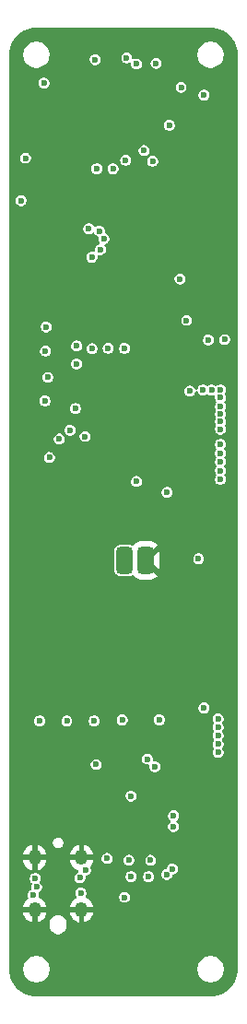
<source format=gbr>
%TF.GenerationSoftware,KiCad,Pcbnew,9.0.5*%
%TF.CreationDate,2025-11-24T11:18:26-05:00*%
%TF.ProjectId,everframe_board,65766572-6672-4616-9d65-5f626f617264,rev?*%
%TF.SameCoordinates,Original*%
%TF.FileFunction,Copper,L3,Inr*%
%TF.FilePolarity,Positive*%
%FSLAX46Y46*%
G04 Gerber Fmt 4.6, Leading zero omitted, Abs format (unit mm)*
G04 Created by KiCad (PCBNEW 9.0.5) date 2025-11-24 11:18:26*
%MOMM*%
%LPD*%
G01*
G04 APERTURE LIST*
G04 Aperture macros list*
%AMRoundRect*
0 Rectangle with rounded corners*
0 $1 Rounding radius*
0 $2 $3 $4 $5 $6 $7 $8 $9 X,Y pos of 4 corners*
0 Add a 4 corners polygon primitive as box body*
4,1,4,$2,$3,$4,$5,$6,$7,$8,$9,$2,$3,0*
0 Add four circle primitives for the rounded corners*
1,1,$1+$1,$2,$3*
1,1,$1+$1,$4,$5*
1,1,$1+$1,$6,$7*
1,1,$1+$1,$8,$9*
0 Add four rect primitives between the rounded corners*
20,1,$1+$1,$2,$3,$4,$5,0*
20,1,$1+$1,$4,$5,$6,$7,0*
20,1,$1+$1,$6,$7,$8,$9,0*
20,1,$1+$1,$8,$9,$2,$3,0*%
G04 Aperture macros list end*
%TA.AperFunction,ComponentPad*%
%ADD10O,1.150000X1.400000*%
%TD*%
%TA.AperFunction,ComponentPad*%
%ADD11RoundRect,0.375000X0.375000X-0.875000X0.375000X0.875000X-0.375000X0.875000X-0.375000X-0.875000X0*%
%TD*%
%TA.AperFunction,ViaPad*%
%ADD12C,0.600000*%
%TD*%
G04 APERTURE END LIST*
D10*
%TO.N,GND*%
%TO.C,J2*%
X79150000Y-125750000D03*
X79150000Y-130550000D03*
X74850000Y-125750000D03*
X74850000Y-130550000D03*
%TD*%
D11*
%TO.N,/esp32-s3/VBAT*%
%TO.C,U1*%
X83132000Y-98445000D03*
%TO.N,GND*%
X85037000Y-98445000D03*
%TD*%
D12*
%TO.N,+3.3V*%
X90400000Y-55700000D03*
X91900000Y-83500000D03*
X80125000Y-79000000D03*
X78704804Y-78744319D03*
X92300000Y-78175000D03*
X91900000Y-86400000D03*
X88300000Y-55000000D03*
X91100000Y-82800000D03*
X78700000Y-80400000D03*
X90300000Y-82800000D03*
X81600000Y-78975000D03*
X80400000Y-52450000D03*
X90800000Y-78200000D03*
X83100000Y-78975000D03*
X91900000Y-85000000D03*
X91900000Y-85700000D03*
X91900000Y-82800000D03*
X83300000Y-52300000D03*
X75839917Y-79229867D03*
X80550000Y-62475000D03*
X86000000Y-52800000D03*
X91900000Y-84300000D03*
X82050000Y-62475000D03*
%TO.N,+5V*%
X91900000Y-89400000D03*
X91900000Y-87800000D03*
X91900000Y-91000000D03*
X91900000Y-88600000D03*
X83500000Y-126000000D03*
X85500000Y-126000000D03*
X91900000Y-90200000D03*
X91700000Y-115325000D03*
X85300000Y-127500000D03*
X91700000Y-114550000D03*
X90400000Y-112000000D03*
X91700000Y-113000000D03*
X91700000Y-113775000D03*
X91700000Y-116100000D03*
%TO.N,+5V_USB*%
X79519392Y-126886368D03*
X83100000Y-129400000D03*
X79100000Y-129000000D03*
X74896025Y-127673597D03*
X74700000Y-129200000D03*
X83700000Y-127500000D03*
%TO.N,/epaper display (page 3)/SCK*%
X77100000Y-87302688D03*
%TO.N,/epaper display (page 3)/GDRC*%
X75700000Y-54600000D03*
X84200000Y-52854174D03*
X74000000Y-61500000D03*
%TO.N,Net-(J2-CC2)*%
X75015136Y-128464682D03*
%TO.N,Net-(J2-CC1)*%
X81500000Y-125825000D03*
X79000000Y-127600000D03*
%TO.N,/epaper display (page 3)/DISP_PWR_EN*%
X84200000Y-91200000D03*
%TO.N,/esp32-s3/ESP32_MOSI*%
X82900000Y-113100000D03*
%TO.N,/esp32-s3/ESP32_MISO*%
X80300000Y-113200000D03*
%TO.N,/esp32-s3/ESP32_SCK*%
X77800000Y-113200000D03*
%TO.N,Net-(R21-Pad1)*%
X80500000Y-117200000D03*
%TO.N,/epaper display (page 3)/RESEC*%
X84900000Y-60800000D03*
%TO.N,/epaper display (page 3)/DC*%
X76200000Y-89000000D03*
%TO.N,/epaper display (page 3)/VSL_LV2*%
X80100000Y-70600000D03*
%TO.N,/epaper display (page 3)/VCP2*%
X76058068Y-81644928D03*
%TO.N,/esp32-s3/ESP32_DC*%
X75300000Y-113200000D03*
%TO.N,/epaper display (page 3)/VCP1*%
X75800000Y-83800000D03*
%TO.N,GND*%
X85500000Y-124100000D03*
X93000000Y-80000000D03*
X75200000Y-81000000D03*
X73000000Y-134000000D03*
X93000000Y-104000000D03*
X93000000Y-90000000D03*
X79000000Y-50000000D03*
X77000000Y-138000000D03*
X73000000Y-60000000D03*
X88650000Y-129625000D03*
X73000000Y-90000000D03*
X73000000Y-116000000D03*
X80116487Y-65920238D03*
X93000000Y-52000000D03*
X87000000Y-138000000D03*
X93000000Y-82000000D03*
X93000000Y-120000000D03*
X81700000Y-80500000D03*
X88700000Y-84500000D03*
X75100000Y-72600000D03*
X93000000Y-128000000D03*
X93000000Y-118000000D03*
X73000000Y-66000000D03*
X73000000Y-118000000D03*
X73000000Y-88000000D03*
X86820000Y-55100000D03*
X93000000Y-88000000D03*
X81000000Y-50000000D03*
X93000000Y-92000000D03*
X73000000Y-84000000D03*
X76009561Y-63668514D03*
X75100000Y-66600000D03*
X93000000Y-122000000D03*
X89500000Y-88600000D03*
X75100000Y-68600000D03*
X81600000Y-77400000D03*
X81000000Y-138000000D03*
X93000000Y-70000000D03*
X93000000Y-98000000D03*
X93000000Y-124000000D03*
X73000000Y-80000000D03*
X75981441Y-65798419D03*
X78484952Y-64550000D03*
X93000000Y-130000000D03*
X87000000Y-50000000D03*
X93000000Y-133000000D03*
X89000000Y-138000000D03*
X93000000Y-94000000D03*
X93000000Y-110000000D03*
X80400000Y-54400000D03*
X73000000Y-132000000D03*
X93000000Y-65000000D03*
X93000000Y-135000000D03*
X75200000Y-78000000D03*
X83100000Y-77400000D03*
X81500000Y-124200000D03*
X90100000Y-68500000D03*
X73000000Y-112000000D03*
X73000000Y-128000000D03*
X73000000Y-130000000D03*
X74600000Y-57800000D03*
X73000000Y-124000000D03*
X73000000Y-54000000D03*
X73000000Y-78000000D03*
X93000000Y-108000000D03*
X93000000Y-102000000D03*
X73000000Y-58000000D03*
X90800000Y-73575000D03*
X83200000Y-83975000D03*
X73000000Y-106000000D03*
X93000000Y-106000000D03*
X83000000Y-50000000D03*
X83000000Y-138000000D03*
X85149997Y-68449998D03*
X86000000Y-129400000D03*
X78682046Y-79594017D03*
X75000000Y-50000000D03*
X87025000Y-88000000D03*
X73000000Y-76000000D03*
X73000000Y-110000000D03*
X73000000Y-102000000D03*
X73000000Y-86000000D03*
X75102136Y-122194199D03*
X73000000Y-114000000D03*
X93000000Y-100000000D03*
X93000000Y-116000000D03*
X75100000Y-70600000D03*
X73000000Y-94000000D03*
X76048699Y-80017385D03*
X73000000Y-64000000D03*
X73000000Y-70000000D03*
X93000000Y-114000000D03*
X83000000Y-71000000D03*
X88700000Y-90500000D03*
X93000000Y-72000000D03*
X83500000Y-124100000D03*
X73000000Y-62000000D03*
X93000000Y-96000000D03*
X73000000Y-120000000D03*
X75100000Y-74600000D03*
X81800000Y-56050000D03*
X91000000Y-138000000D03*
X93000000Y-54000000D03*
X82200000Y-117600000D03*
X89000000Y-50000000D03*
X73000000Y-108000000D03*
X79000000Y-138000000D03*
X73000000Y-72000000D03*
X82975000Y-72500000D03*
X93000000Y-86000000D03*
X73000000Y-98000000D03*
X93000000Y-68000000D03*
X73000000Y-56000000D03*
X75000000Y-138000000D03*
X88000000Y-112000000D03*
X73000000Y-74000000D03*
X73000000Y-104000000D03*
X79500000Y-56000000D03*
X73000000Y-92000000D03*
X89549998Y-66600000D03*
X85000000Y-50000000D03*
X93000000Y-112000000D03*
X93000000Y-60000000D03*
X83400000Y-60900000D03*
X79377473Y-71420357D03*
X80550000Y-60925000D03*
X85000000Y-138000000D03*
X73000000Y-122000000D03*
X93000000Y-56000000D03*
X74600000Y-88100000D03*
X93000000Y-58000000D03*
X73000000Y-126000000D03*
X73000000Y-100000000D03*
X77000000Y-50000000D03*
X73000000Y-68000000D03*
X73000000Y-82000000D03*
X75200000Y-82500000D03*
X78750000Y-93000000D03*
X91000000Y-50000000D03*
X73000000Y-96000000D03*
X93000000Y-84000000D03*
X73000000Y-136000000D03*
X80100000Y-77400000D03*
X73000000Y-52000000D03*
%TO.N,/epaper display (page 3)/VSL_LV*%
X80900000Y-69900000D03*
%TO.N,/epaper display (page 3)/VSH*%
X73600000Y-65400000D03*
%TO.N,/epaper display (page 3)/VGH*%
X88200000Y-72600000D03*
X89100000Y-82900000D03*
X78600000Y-84500000D03*
X88800000Y-76400000D03*
%TO.N,/epaper display (page 3)/VPC*%
X85684236Y-61784648D03*
%TO.N,/epaper display (page 3)/RST_N*%
X87000000Y-92200000D03*
%TO.N,/epaper display (page 3)/GDRH*%
X87221625Y-58487825D03*
X83200000Y-61700000D03*
%TO.N,/epaper display (page 3)/VDDO*%
X75900000Y-77000000D03*
%TO.N,/epaper display (page 3)/VSL*%
X81200000Y-68900000D03*
%TO.N,/epaper display (page 3)/SI0*%
X79474193Y-87068481D03*
%TO.N,/epaper display (page 3)/VSH_LV2*%
X80800000Y-68200000D03*
%TO.N,/epaper display (page 3)/VSH_LV*%
X79819813Y-67976595D03*
%TO.N,/epaper display (page 3)/SI1*%
X78100000Y-86503132D03*
%TO.N,/esp32-s3/VBAT*%
X87500000Y-126800000D03*
X85200000Y-116700000D03*
X86986139Y-127303171D03*
X85900000Y-117400000D03*
X87600001Y-122899999D03*
X87600001Y-121900000D03*
%TO.N,Net-(U1-GPIO1_A0_D0)*%
X86300000Y-113100000D03*
X89900000Y-98300000D03*
X83700000Y-120100000D03*
%TD*%
%TA.AperFunction,Conductor*%
%TO.N,GND*%
G36*
X91003736Y-49500726D02*
G01*
X91293796Y-49518271D01*
X91308659Y-49520076D01*
X91590798Y-49571780D01*
X91605335Y-49575363D01*
X91879172Y-49660695D01*
X91893163Y-49666000D01*
X92154743Y-49783727D01*
X92167989Y-49790680D01*
X92413465Y-49939075D01*
X92425776Y-49947573D01*
X92651573Y-50124473D01*
X92662781Y-50134403D01*
X92865596Y-50337218D01*
X92875526Y-50348426D01*
X92995481Y-50501538D01*
X93052422Y-50574217D01*
X93060928Y-50586540D01*
X93209316Y-50832004D01*
X93216275Y-50845263D01*
X93333997Y-51106831D01*
X93339306Y-51120832D01*
X93424635Y-51394663D01*
X93428219Y-51409201D01*
X93479923Y-51691340D01*
X93481728Y-51706205D01*
X93499274Y-51996263D01*
X93499500Y-52003750D01*
X93499500Y-135996249D01*
X93499274Y-136003736D01*
X93481728Y-136293794D01*
X93479923Y-136308659D01*
X93428219Y-136590798D01*
X93424635Y-136605336D01*
X93339306Y-136879167D01*
X93333997Y-136893168D01*
X93216275Y-137154736D01*
X93209316Y-137167995D01*
X93060928Y-137413459D01*
X93052422Y-137425782D01*
X92875526Y-137651573D01*
X92865596Y-137662781D01*
X92662781Y-137865596D01*
X92651573Y-137875526D01*
X92425782Y-138052422D01*
X92413459Y-138060928D01*
X92167995Y-138209316D01*
X92154736Y-138216275D01*
X91893168Y-138333997D01*
X91879167Y-138339306D01*
X91605336Y-138424635D01*
X91590798Y-138428219D01*
X91308659Y-138479923D01*
X91293794Y-138481728D01*
X91003736Y-138499274D01*
X90996249Y-138499500D01*
X75003751Y-138499500D01*
X74996264Y-138499274D01*
X74706205Y-138481728D01*
X74691340Y-138479923D01*
X74409201Y-138428219D01*
X74394663Y-138424635D01*
X74120832Y-138339306D01*
X74106831Y-138333997D01*
X73845263Y-138216275D01*
X73832004Y-138209316D01*
X73586540Y-138060928D01*
X73574217Y-138052422D01*
X73348426Y-137875526D01*
X73337218Y-137865596D01*
X73134403Y-137662781D01*
X73124473Y-137651573D01*
X72947573Y-137425776D01*
X72939075Y-137413465D01*
X72790680Y-137167989D01*
X72783727Y-137154743D01*
X72666000Y-136893163D01*
X72660693Y-136879167D01*
X72630437Y-136782073D01*
X72575363Y-136605335D01*
X72571780Y-136590798D01*
X72520076Y-136308659D01*
X72518271Y-136293794D01*
X72500726Y-136003736D01*
X72500500Y-135996249D01*
X72500500Y-135905513D01*
X73799500Y-135905513D01*
X73799500Y-136094486D01*
X73829059Y-136281118D01*
X73887454Y-136460836D01*
X73953674Y-136590798D01*
X73973240Y-136629199D01*
X74084310Y-136782073D01*
X74217927Y-136915690D01*
X74370801Y-137026760D01*
X74450347Y-137067290D01*
X74539163Y-137112545D01*
X74539165Y-137112545D01*
X74539168Y-137112547D01*
X74635497Y-137143846D01*
X74718881Y-137170940D01*
X74905514Y-137200500D01*
X74905519Y-137200500D01*
X75094486Y-137200500D01*
X75281118Y-137170940D01*
X75330988Y-137154736D01*
X75460832Y-137112547D01*
X75629199Y-137026760D01*
X75782073Y-136915690D01*
X75915690Y-136782073D01*
X76026760Y-136629199D01*
X76112547Y-136460832D01*
X76170940Y-136281118D01*
X76200500Y-136094486D01*
X76200500Y-135905513D01*
X89799500Y-135905513D01*
X89799500Y-136094486D01*
X89829059Y-136281118D01*
X89887454Y-136460836D01*
X89953674Y-136590798D01*
X89973240Y-136629199D01*
X90084310Y-136782073D01*
X90217927Y-136915690D01*
X90370801Y-137026760D01*
X90450347Y-137067290D01*
X90539163Y-137112545D01*
X90539165Y-137112545D01*
X90539168Y-137112547D01*
X90635497Y-137143846D01*
X90718881Y-137170940D01*
X90905514Y-137200500D01*
X90905519Y-137200500D01*
X91094486Y-137200500D01*
X91281118Y-137170940D01*
X91330988Y-137154736D01*
X91460832Y-137112547D01*
X91629199Y-137026760D01*
X91782073Y-136915690D01*
X91915690Y-136782073D01*
X92026760Y-136629199D01*
X92112547Y-136460832D01*
X92170940Y-136281118D01*
X92200500Y-136094486D01*
X92200500Y-135905513D01*
X92170940Y-135718881D01*
X92112545Y-135539163D01*
X92026759Y-135370800D01*
X91915690Y-135217927D01*
X91782073Y-135084310D01*
X91629199Y-134973240D01*
X91460836Y-134887454D01*
X91281118Y-134829059D01*
X91094486Y-134799500D01*
X91094481Y-134799500D01*
X90905519Y-134799500D01*
X90905514Y-134799500D01*
X90718881Y-134829059D01*
X90539163Y-134887454D01*
X90370800Y-134973240D01*
X90283579Y-135036610D01*
X90217927Y-135084310D01*
X90217925Y-135084312D01*
X90217924Y-135084312D01*
X90084312Y-135217924D01*
X90084312Y-135217925D01*
X90084310Y-135217927D01*
X90036610Y-135283579D01*
X89973240Y-135370800D01*
X89887454Y-135539163D01*
X89829059Y-135718881D01*
X89799500Y-135905513D01*
X76200500Y-135905513D01*
X76170940Y-135718881D01*
X76112545Y-135539163D01*
X76026759Y-135370800D01*
X75915690Y-135217927D01*
X75782073Y-135084310D01*
X75629199Y-134973240D01*
X75460836Y-134887454D01*
X75281118Y-134829059D01*
X75094486Y-134799500D01*
X75094481Y-134799500D01*
X74905519Y-134799500D01*
X74905514Y-134799500D01*
X74718881Y-134829059D01*
X74539163Y-134887454D01*
X74370800Y-134973240D01*
X74283579Y-135036610D01*
X74217927Y-135084310D01*
X74217925Y-135084312D01*
X74217924Y-135084312D01*
X74084312Y-135217924D01*
X74084312Y-135217925D01*
X74084310Y-135217927D01*
X74036610Y-135283579D01*
X73973240Y-135370800D01*
X73887454Y-135539163D01*
X73829059Y-135718881D01*
X73799500Y-135905513D01*
X72500500Y-135905513D01*
X72500500Y-130300000D01*
X73781398Y-130300000D01*
X74547030Y-130300000D01*
X74525000Y-130382213D01*
X74525000Y-130717787D01*
X74547030Y-130800000D01*
X73781398Y-130800000D01*
X73801469Y-130926726D01*
X73853760Y-131087659D01*
X73930578Y-131238423D01*
X74030038Y-131375316D01*
X74030038Y-131375317D01*
X74149682Y-131494961D01*
X74286576Y-131594421D01*
X74437340Y-131671239D01*
X74598273Y-131723530D01*
X74600000Y-131723804D01*
X74600000Y-130884618D01*
X74650446Y-130935064D01*
X74724555Y-130977851D01*
X74807213Y-131000000D01*
X74892787Y-131000000D01*
X74975445Y-130977851D01*
X75049554Y-130935064D01*
X75100000Y-130884618D01*
X75100000Y-131723803D01*
X75101726Y-131723530D01*
X75104496Y-131722630D01*
X76214500Y-131722630D01*
X76214500Y-132077369D01*
X76244684Y-132229114D01*
X76244686Y-132229122D01*
X76303897Y-132372071D01*
X76303902Y-132372080D01*
X76389861Y-132500726D01*
X76389864Y-132500730D01*
X76499269Y-132610135D01*
X76499273Y-132610138D01*
X76627919Y-132696097D01*
X76627925Y-132696100D01*
X76627926Y-132696101D01*
X76770878Y-132755314D01*
X76922630Y-132785499D01*
X76922634Y-132785500D01*
X76922635Y-132785500D01*
X77077366Y-132785500D01*
X77077367Y-132785499D01*
X77229122Y-132755314D01*
X77372074Y-132696101D01*
X77500727Y-132610138D01*
X77610138Y-132500727D01*
X77696101Y-132372074D01*
X77755314Y-132229122D01*
X77785500Y-132077365D01*
X77785500Y-132000000D01*
X77785500Y-131934108D01*
X77785500Y-131734108D01*
X77785500Y-131722635D01*
X77755314Y-131570878D01*
X77696101Y-131427926D01*
X77696100Y-131427925D01*
X77696097Y-131427919D01*
X77610138Y-131299273D01*
X77610135Y-131299269D01*
X77500730Y-131189864D01*
X77500726Y-131189861D01*
X77372080Y-131103902D01*
X77372071Y-131103897D01*
X77229122Y-131044686D01*
X77229114Y-131044684D01*
X77077369Y-131014500D01*
X77077365Y-131014500D01*
X77065892Y-131014500D01*
X77000000Y-131014500D01*
X76922635Y-131014500D01*
X76922630Y-131014500D01*
X76770885Y-131044684D01*
X76770877Y-131044686D01*
X76627928Y-131103897D01*
X76627919Y-131103902D01*
X76499273Y-131189861D01*
X76499269Y-131189864D01*
X76389864Y-131299269D01*
X76389861Y-131299273D01*
X76303902Y-131427919D01*
X76303897Y-131427928D01*
X76244686Y-131570877D01*
X76244684Y-131570885D01*
X76214500Y-131722630D01*
X75104496Y-131722630D01*
X75262659Y-131671239D01*
X75390586Y-131606058D01*
X75413423Y-131594421D01*
X75550316Y-131494961D01*
X75550317Y-131494961D01*
X75669961Y-131375317D01*
X75669961Y-131375316D01*
X75769421Y-131238423D01*
X75846239Y-131087659D01*
X75898530Y-130926726D01*
X75918602Y-130800000D01*
X75152970Y-130800000D01*
X75175000Y-130717787D01*
X75175000Y-130382213D01*
X75152970Y-130300000D01*
X75918602Y-130300000D01*
X78081398Y-130300000D01*
X78847030Y-130300000D01*
X78825000Y-130382213D01*
X78825000Y-130717787D01*
X78847030Y-130800000D01*
X78081398Y-130800000D01*
X78101469Y-130926726D01*
X78153760Y-131087659D01*
X78230578Y-131238423D01*
X78330038Y-131375316D01*
X78330038Y-131375317D01*
X78449682Y-131494961D01*
X78586576Y-131594421D01*
X78737340Y-131671239D01*
X78898273Y-131723530D01*
X78900000Y-131723804D01*
X78900000Y-130884618D01*
X78950446Y-130935064D01*
X79024555Y-130977851D01*
X79107213Y-131000000D01*
X79192787Y-131000000D01*
X79275445Y-130977851D01*
X79349554Y-130935064D01*
X79400000Y-130884618D01*
X79400000Y-131723804D01*
X79401726Y-131723530D01*
X79562659Y-131671239D01*
X79713423Y-131594421D01*
X79850316Y-131494961D01*
X79850317Y-131494961D01*
X79969961Y-131375317D01*
X79969961Y-131375316D01*
X80069421Y-131238423D01*
X80146239Y-131087659D01*
X80198530Y-130926726D01*
X80218602Y-130800000D01*
X79452970Y-130800000D01*
X79475000Y-130717787D01*
X79475000Y-130382213D01*
X79452970Y-130300000D01*
X80218602Y-130300000D01*
X80198530Y-130173273D01*
X80146239Y-130012340D01*
X80069421Y-129861576D01*
X79969961Y-129724683D01*
X79969961Y-129724682D01*
X79850317Y-129605038D01*
X79713423Y-129505578D01*
X79577784Y-129436466D01*
X79577784Y-129436465D01*
X79576891Y-129436011D01*
X79526089Y-129388043D01*
X79512725Y-129334108D01*
X82599500Y-129334108D01*
X82599500Y-129465891D01*
X82633608Y-129593187D01*
X82666554Y-129650250D01*
X82699500Y-129707314D01*
X82792686Y-129800500D01*
X82906814Y-129866392D01*
X83034108Y-129900500D01*
X83034110Y-129900500D01*
X83165890Y-129900500D01*
X83165892Y-129900500D01*
X83293186Y-129866392D01*
X83407314Y-129800500D01*
X83500500Y-129707314D01*
X83566392Y-129593186D01*
X83600500Y-129465892D01*
X83600500Y-129334108D01*
X83566392Y-129206814D01*
X83500500Y-129092686D01*
X83407314Y-128999500D01*
X83350250Y-128966554D01*
X83293187Y-128933608D01*
X83222291Y-128914612D01*
X83165892Y-128899500D01*
X83034108Y-128899500D01*
X82906812Y-128933608D01*
X82792686Y-128999500D01*
X82792683Y-128999502D01*
X82699502Y-129092683D01*
X82699500Y-129092686D01*
X82633608Y-129206812D01*
X82599500Y-129334108D01*
X79512725Y-129334108D01*
X79509285Y-129320224D01*
X79525784Y-129263520D01*
X79566392Y-129193186D01*
X79600500Y-129065892D01*
X79600500Y-128934108D01*
X79566392Y-128806814D01*
X79500500Y-128692686D01*
X79407314Y-128599500D01*
X79350250Y-128566554D01*
X79293187Y-128533608D01*
X79229539Y-128516554D01*
X79165892Y-128499500D01*
X79034108Y-128499500D01*
X78906812Y-128533608D01*
X78792686Y-128599500D01*
X78792683Y-128599502D01*
X78699502Y-128692683D01*
X78699500Y-128692686D01*
X78633608Y-128806812D01*
X78617969Y-128865179D01*
X78599500Y-128934108D01*
X78599500Y-129065892D01*
X78617778Y-129134108D01*
X78633609Y-129193188D01*
X78633609Y-129193189D01*
X78696945Y-129302890D01*
X78713418Y-129370790D01*
X78690565Y-129436817D01*
X78645854Y-129475374D01*
X78586578Y-129505576D01*
X78449683Y-129605038D01*
X78449682Y-129605038D01*
X78330038Y-129724682D01*
X78330038Y-129724683D01*
X78230578Y-129861576D01*
X78153760Y-130012340D01*
X78101469Y-130173273D01*
X78081398Y-130300000D01*
X75918602Y-130300000D01*
X75898530Y-130173273D01*
X75846239Y-130012340D01*
X75769421Y-129861576D01*
X75669961Y-129724683D01*
X75669961Y-129724682D01*
X75550317Y-129605038D01*
X75413423Y-129505578D01*
X75259037Y-129426914D01*
X75208241Y-129378939D01*
X75191446Y-129311118D01*
X75195556Y-129284339D01*
X75200500Y-129265892D01*
X75200500Y-129134108D01*
X75179059Y-129054088D01*
X75180722Y-128984243D01*
X75219884Y-128926380D01*
X75236829Y-128914615D01*
X75322450Y-128865182D01*
X75415636Y-128771996D01*
X75481528Y-128657868D01*
X75515636Y-128530574D01*
X75515636Y-128398790D01*
X75481528Y-128271496D01*
X75415636Y-128157368D01*
X75342815Y-128084547D01*
X75309330Y-128023224D01*
X75314314Y-127953532D01*
X75323105Y-127934871D01*
X75362417Y-127866783D01*
X75396525Y-127739489D01*
X75396525Y-127607705D01*
X75362417Y-127480411D01*
X75296525Y-127366283D01*
X75203339Y-127273097D01*
X75141301Y-127237279D01*
X75089212Y-127207205D01*
X75025564Y-127190151D01*
X74961917Y-127173097D01*
X74830133Y-127173097D01*
X74702837Y-127207205D01*
X74588711Y-127273097D01*
X74588708Y-127273099D01*
X74495527Y-127366280D01*
X74495525Y-127366283D01*
X74429633Y-127480409D01*
X74395525Y-127607705D01*
X74395525Y-127739488D01*
X74429633Y-127866784D01*
X74453035Y-127907316D01*
X74495525Y-127980911D01*
X74495527Y-127980913D01*
X74568345Y-128053731D01*
X74601830Y-128115054D01*
X74596846Y-128184746D01*
X74588052Y-128203411D01*
X74548744Y-128271494D01*
X74514636Y-128398790D01*
X74514636Y-128530574D01*
X74533105Y-128599502D01*
X74536076Y-128610589D01*
X74534413Y-128680439D01*
X74495250Y-128738301D01*
X74478302Y-128750069D01*
X74392686Y-128799500D01*
X74392683Y-128799502D01*
X74299502Y-128892683D01*
X74299500Y-128892686D01*
X74233608Y-129006812D01*
X74217778Y-129065892D01*
X74199500Y-129134108D01*
X74199500Y-129265892D01*
X74210599Y-129307314D01*
X74233608Y-129393186D01*
X74239149Y-129402783D01*
X74255622Y-129470683D01*
X74232770Y-129536710D01*
X74204649Y-129565101D01*
X74149685Y-129605035D01*
X74030038Y-129724682D01*
X74030038Y-129724683D01*
X73930578Y-129861576D01*
X73853760Y-130012340D01*
X73801469Y-130173273D01*
X73781398Y-130300000D01*
X72500500Y-130300000D01*
X72500500Y-125500000D01*
X73781398Y-125500000D01*
X74547030Y-125500000D01*
X74525000Y-125582213D01*
X74525000Y-125917787D01*
X74547030Y-126000000D01*
X73781398Y-126000000D01*
X73801469Y-126126726D01*
X73853760Y-126287659D01*
X73930578Y-126438423D01*
X74030038Y-126575316D01*
X74030038Y-126575317D01*
X74149682Y-126694961D01*
X74286576Y-126794421D01*
X74437340Y-126871239D01*
X74598273Y-126923530D01*
X74600000Y-126923804D01*
X74600000Y-126084618D01*
X74650446Y-126135064D01*
X74724555Y-126177851D01*
X74807213Y-126200000D01*
X74892787Y-126200000D01*
X74975445Y-126177851D01*
X75049554Y-126135064D01*
X75100000Y-126084618D01*
X75100000Y-126923804D01*
X75101726Y-126923530D01*
X75262659Y-126871239D01*
X75413423Y-126794421D01*
X75550316Y-126694961D01*
X75550317Y-126694961D01*
X75669961Y-126575317D01*
X75669961Y-126575316D01*
X75769421Y-126438423D01*
X75846239Y-126287659D01*
X75898530Y-126126726D01*
X75918602Y-126000000D01*
X75152970Y-126000000D01*
X75175000Y-125917787D01*
X75175000Y-125582213D01*
X75152970Y-125500000D01*
X75918602Y-125500000D01*
X78081398Y-125500000D01*
X78847030Y-125500000D01*
X78825000Y-125582213D01*
X78825000Y-125917787D01*
X78847030Y-126000000D01*
X78081398Y-126000000D01*
X78101469Y-126126726D01*
X78153760Y-126287659D01*
X78230578Y-126438423D01*
X78330038Y-126575316D01*
X78330038Y-126575317D01*
X78449682Y-126694961D01*
X78586576Y-126794421D01*
X78737340Y-126871239D01*
X78813150Y-126895872D01*
X78870826Y-126935310D01*
X78898024Y-126999668D01*
X78886109Y-127068515D01*
X78838865Y-127119990D01*
X78814294Y-127130444D01*
X78814318Y-127130500D01*
X78808505Y-127132907D01*
X78806934Y-127133575D01*
X78806889Y-127133587D01*
X78806813Y-127133608D01*
X78692686Y-127199500D01*
X78692683Y-127199502D01*
X78599502Y-127292683D01*
X78599500Y-127292686D01*
X78533608Y-127406812D01*
X78518701Y-127462448D01*
X78499500Y-127534108D01*
X78499500Y-127665892D01*
X78509623Y-127703671D01*
X78533608Y-127793187D01*
X78541766Y-127807316D01*
X78599500Y-127907314D01*
X78692686Y-128000500D01*
X78806814Y-128066392D01*
X78934108Y-128100500D01*
X78934110Y-128100500D01*
X79065890Y-128100500D01*
X79065892Y-128100500D01*
X79193186Y-128066392D01*
X79307314Y-128000500D01*
X79400500Y-127907314D01*
X79466392Y-127793186D01*
X79500500Y-127665892D01*
X79500500Y-127534108D01*
X79500499Y-127534106D01*
X79500283Y-127532462D01*
X79500110Y-127532147D01*
X79500155Y-127531494D01*
X79499439Y-127526052D01*
X79500547Y-127525906D01*
X79502358Y-127500036D01*
X79503122Y-127467860D01*
X79504783Y-127465404D01*
X79504991Y-127462448D01*
X79524236Y-127436657D01*
X79525961Y-127434108D01*
X83199500Y-127434108D01*
X83199500Y-127565891D01*
X83233608Y-127693187D01*
X83260341Y-127739489D01*
X83299500Y-127807314D01*
X83392686Y-127900500D01*
X83506814Y-127966392D01*
X83634108Y-128000500D01*
X83634110Y-128000500D01*
X83765890Y-128000500D01*
X83765892Y-128000500D01*
X83893186Y-127966392D01*
X84007314Y-127900500D01*
X84100500Y-127807314D01*
X84166392Y-127693186D01*
X84200500Y-127565892D01*
X84200500Y-127434108D01*
X84799500Y-127434108D01*
X84799500Y-127565891D01*
X84833608Y-127693187D01*
X84860341Y-127739489D01*
X84899500Y-127807314D01*
X84992686Y-127900500D01*
X85106814Y-127966392D01*
X85234108Y-128000500D01*
X85234110Y-128000500D01*
X85365890Y-128000500D01*
X85365892Y-128000500D01*
X85493186Y-127966392D01*
X85607314Y-127900500D01*
X85700500Y-127807314D01*
X85766392Y-127693186D01*
X85800500Y-127565892D01*
X85800500Y-127434108D01*
X85766392Y-127306814D01*
X85726246Y-127237279D01*
X86485639Y-127237279D01*
X86485639Y-127369062D01*
X86519747Y-127496358D01*
X86541544Y-127534110D01*
X86585639Y-127610485D01*
X86678825Y-127703671D01*
X86792953Y-127769563D01*
X86920247Y-127803671D01*
X86920249Y-127803671D01*
X87052029Y-127803671D01*
X87052031Y-127803671D01*
X87179325Y-127769563D01*
X87293453Y-127703671D01*
X87386639Y-127610485D01*
X87452531Y-127496357D01*
X87481772Y-127387224D01*
X87518135Y-127327567D01*
X87569449Y-127299546D01*
X87693186Y-127266392D01*
X87807314Y-127200500D01*
X87900500Y-127107314D01*
X87966392Y-126993186D01*
X88000500Y-126865892D01*
X88000500Y-126734108D01*
X87966392Y-126606814D01*
X87900500Y-126492686D01*
X87807314Y-126399500D01*
X87750250Y-126366554D01*
X87693187Y-126333608D01*
X87629539Y-126316554D01*
X87565892Y-126299500D01*
X87434108Y-126299500D01*
X87306812Y-126333608D01*
X87192686Y-126399500D01*
X87192683Y-126399502D01*
X87099502Y-126492683D01*
X87099500Y-126492686D01*
X87033608Y-126606814D01*
X87012628Y-126685114D01*
X87004367Y-126715944D01*
X86968002Y-126775604D01*
X86916686Y-126803625D01*
X86885260Y-126812045D01*
X86792953Y-126836779D01*
X86792951Y-126836779D01*
X86792951Y-126836780D01*
X86678825Y-126902671D01*
X86678822Y-126902673D01*
X86585641Y-126995854D01*
X86585639Y-126995857D01*
X86519747Y-127109983D01*
X86485639Y-127237279D01*
X85726246Y-127237279D01*
X85700500Y-127192686D01*
X85607314Y-127099500D01*
X85550250Y-127066554D01*
X85493187Y-127033608D01*
X85429539Y-127016554D01*
X85365892Y-126999500D01*
X85234108Y-126999500D01*
X85106812Y-127033608D01*
X84992686Y-127099500D01*
X84992683Y-127099502D01*
X84899502Y-127192683D01*
X84899500Y-127192686D01*
X84833608Y-127306812D01*
X84799500Y-127434108D01*
X84200500Y-127434108D01*
X84166392Y-127306814D01*
X84100500Y-127192686D01*
X84007314Y-127099500D01*
X83950250Y-127066554D01*
X83893187Y-127033608D01*
X83829539Y-127016554D01*
X83765892Y-126999500D01*
X83634108Y-126999500D01*
X83506812Y-127033608D01*
X83392686Y-127099500D01*
X83392683Y-127099502D01*
X83299502Y-127192683D01*
X83299500Y-127192686D01*
X83233608Y-127306812D01*
X83199500Y-127434108D01*
X79525961Y-127434108D01*
X79542280Y-127409995D01*
X79545541Y-127408108D01*
X79546778Y-127406452D01*
X79557043Y-127401455D01*
X79577730Y-127389491D01*
X79584731Y-127386868D01*
X79585284Y-127386868D01*
X79712578Y-127352760D01*
X79826706Y-127286868D01*
X79919892Y-127193682D01*
X79985784Y-127079554D01*
X80019892Y-126952260D01*
X80019892Y-126820476D01*
X79985784Y-126693182D01*
X79981124Y-126685111D01*
X79964650Y-126617214D01*
X79987500Y-126551186D01*
X79988193Y-126550224D01*
X80069419Y-126438427D01*
X80146239Y-126287659D01*
X80198530Y-126126726D01*
X80218602Y-126000000D01*
X79452970Y-126000000D01*
X79475000Y-125917787D01*
X79475000Y-125759108D01*
X80999500Y-125759108D01*
X80999500Y-125890892D01*
X81011080Y-125934108D01*
X81033608Y-126018187D01*
X81061151Y-126065892D01*
X81099500Y-126132314D01*
X81192686Y-126225500D01*
X81306814Y-126291392D01*
X81434108Y-126325500D01*
X81434110Y-126325500D01*
X81565890Y-126325500D01*
X81565892Y-126325500D01*
X81693186Y-126291392D01*
X81807314Y-126225500D01*
X81900500Y-126132314D01*
X81966392Y-126018186D01*
X81988920Y-125934108D01*
X82999500Y-125934108D01*
X82999500Y-126065891D01*
X83033608Y-126193187D01*
X83066554Y-126250250D01*
X83099500Y-126307314D01*
X83192686Y-126400500D01*
X83306814Y-126466392D01*
X83434108Y-126500500D01*
X83434110Y-126500500D01*
X83565890Y-126500500D01*
X83565892Y-126500500D01*
X83693186Y-126466392D01*
X83807314Y-126400500D01*
X83900500Y-126307314D01*
X83966392Y-126193186D01*
X84000500Y-126065892D01*
X84000500Y-125934108D01*
X84999500Y-125934108D01*
X84999500Y-126065891D01*
X85033608Y-126193187D01*
X85066554Y-126250250D01*
X85099500Y-126307314D01*
X85192686Y-126400500D01*
X85306814Y-126466392D01*
X85434108Y-126500500D01*
X85434110Y-126500500D01*
X85565890Y-126500500D01*
X85565892Y-126500500D01*
X85693186Y-126466392D01*
X85807314Y-126400500D01*
X85900500Y-126307314D01*
X85966392Y-126193186D01*
X86000500Y-126065892D01*
X86000500Y-125934108D01*
X85966392Y-125806814D01*
X85900500Y-125692686D01*
X85807314Y-125599500D01*
X85750250Y-125566554D01*
X85693187Y-125533608D01*
X85629539Y-125516554D01*
X85565892Y-125499500D01*
X85434108Y-125499500D01*
X85306812Y-125533608D01*
X85192686Y-125599500D01*
X85192683Y-125599502D01*
X85099502Y-125692683D01*
X85099500Y-125692686D01*
X85033608Y-125806812D01*
X84999500Y-125934108D01*
X84000500Y-125934108D01*
X83966392Y-125806814D01*
X83900500Y-125692686D01*
X83807314Y-125599500D01*
X83750250Y-125566554D01*
X83693187Y-125533608D01*
X83629539Y-125516554D01*
X83565892Y-125499500D01*
X83434108Y-125499500D01*
X83306812Y-125533608D01*
X83192686Y-125599500D01*
X83192683Y-125599502D01*
X83099502Y-125692683D01*
X83099500Y-125692686D01*
X83033608Y-125806812D01*
X82999500Y-125934108D01*
X81988920Y-125934108D01*
X82000500Y-125890892D01*
X82000500Y-125759108D01*
X81966392Y-125631814D01*
X81900500Y-125517686D01*
X81807314Y-125424500D01*
X81750250Y-125391554D01*
X81693187Y-125358608D01*
X81629539Y-125341554D01*
X81565892Y-125324500D01*
X81434108Y-125324500D01*
X81306812Y-125358608D01*
X81192686Y-125424500D01*
X81192683Y-125424502D01*
X81099502Y-125517683D01*
X81099500Y-125517686D01*
X81033608Y-125631812D01*
X80999500Y-125759108D01*
X79475000Y-125759108D01*
X79475000Y-125582213D01*
X79452970Y-125500000D01*
X80218602Y-125500000D01*
X80198530Y-125373273D01*
X80146239Y-125212340D01*
X80069421Y-125061576D01*
X79969961Y-124924683D01*
X79969961Y-124924682D01*
X79850317Y-124805038D01*
X79713423Y-124705578D01*
X79562661Y-124628760D01*
X79401726Y-124576469D01*
X79400000Y-124576194D01*
X79400000Y-125415382D01*
X79349554Y-125364936D01*
X79275445Y-125322149D01*
X79192787Y-125300000D01*
X79107213Y-125300000D01*
X79024555Y-125322149D01*
X78950446Y-125364936D01*
X78900000Y-125415382D01*
X78900000Y-124576195D01*
X78899999Y-124576194D01*
X78898273Y-124576469D01*
X78737338Y-124628760D01*
X78586576Y-124705578D01*
X78449683Y-124805038D01*
X78449682Y-124805038D01*
X78330038Y-124924682D01*
X78330038Y-124924683D01*
X78230578Y-125061576D01*
X78153760Y-125212340D01*
X78101469Y-125373273D01*
X78081398Y-125500000D01*
X75918602Y-125500000D01*
X75898530Y-125373273D01*
X75846239Y-125212340D01*
X75769421Y-125061576D01*
X75669961Y-124924683D01*
X75669961Y-124924682D01*
X75550317Y-124805038D01*
X75413423Y-124705578D01*
X75262661Y-124628760D01*
X75101726Y-124576469D01*
X75100000Y-124576194D01*
X75100000Y-125415382D01*
X75049554Y-125364936D01*
X74975445Y-125322149D01*
X74892787Y-125300000D01*
X74807213Y-125300000D01*
X74724555Y-125322149D01*
X74650446Y-125364936D01*
X74600000Y-125415382D01*
X74600000Y-124576195D01*
X74599999Y-124576194D01*
X74598273Y-124576469D01*
X74437338Y-124628760D01*
X74286576Y-124705578D01*
X74149683Y-124805038D01*
X74149682Y-124805038D01*
X74030038Y-124924682D01*
X74030038Y-124924683D01*
X73930578Y-125061576D01*
X73853760Y-125212340D01*
X73801469Y-125373273D01*
X73781398Y-125500000D01*
X72500500Y-125500000D01*
X72500500Y-124336083D01*
X76514500Y-124336083D01*
X76514500Y-124463917D01*
X76547586Y-124587396D01*
X76611504Y-124698104D01*
X76701896Y-124788496D01*
X76812604Y-124852414D01*
X76936083Y-124885500D01*
X76936085Y-124885500D01*
X77063915Y-124885500D01*
X77063917Y-124885500D01*
X77187396Y-124852414D01*
X77298104Y-124788496D01*
X77388496Y-124698104D01*
X77452414Y-124587396D01*
X77485500Y-124463917D01*
X77485500Y-124336083D01*
X77452414Y-124212604D01*
X77388496Y-124101896D01*
X77298104Y-124011504D01*
X77187396Y-123947586D01*
X77063917Y-123914500D01*
X76936083Y-123914500D01*
X76812603Y-123947586D01*
X76701896Y-124011504D01*
X76701893Y-124011506D01*
X76611506Y-124101893D01*
X76611504Y-124101896D01*
X76547586Y-124212603D01*
X76547586Y-124212604D01*
X76514500Y-124336083D01*
X72500500Y-124336083D01*
X72500500Y-121834108D01*
X87099501Y-121834108D01*
X87099501Y-121965891D01*
X87133609Y-122093187D01*
X87166555Y-122150250D01*
X87199501Y-122207314D01*
X87292687Y-122300500D01*
X87292689Y-122300501D01*
X87294151Y-122301623D01*
X87295073Y-122302886D01*
X87298434Y-122306247D01*
X87297910Y-122306770D01*
X87335354Y-122358050D01*
X87339509Y-122427796D01*
X87305297Y-122488717D01*
X87294159Y-122498369D01*
X87292688Y-122499497D01*
X87199503Y-122592682D01*
X87199501Y-122592685D01*
X87133609Y-122706811D01*
X87099501Y-122834107D01*
X87099501Y-122965890D01*
X87133609Y-123093186D01*
X87166555Y-123150249D01*
X87199501Y-123207313D01*
X87292687Y-123300499D01*
X87406815Y-123366391D01*
X87534109Y-123400499D01*
X87534111Y-123400499D01*
X87665891Y-123400499D01*
X87665893Y-123400499D01*
X87793187Y-123366391D01*
X87907315Y-123300499D01*
X88000501Y-123207313D01*
X88066393Y-123093185D01*
X88100501Y-122965891D01*
X88100501Y-122834107D01*
X88066393Y-122706813D01*
X88000501Y-122592685D01*
X87907315Y-122499499D01*
X87907312Y-122499497D01*
X87905848Y-122498374D01*
X87904922Y-122497106D01*
X87901568Y-122493752D01*
X87902091Y-122493228D01*
X87864646Y-122441946D01*
X87860492Y-122372200D01*
X87894705Y-122311280D01*
X87905856Y-122301618D01*
X87907303Y-122300506D01*
X87907315Y-122300500D01*
X88000501Y-122207314D01*
X88066393Y-122093186D01*
X88100501Y-121965892D01*
X88100501Y-121834108D01*
X88066393Y-121706814D01*
X88000501Y-121592686D01*
X87907315Y-121499500D01*
X87850251Y-121466554D01*
X87793188Y-121433608D01*
X87729540Y-121416554D01*
X87665893Y-121399500D01*
X87534109Y-121399500D01*
X87406813Y-121433608D01*
X87292687Y-121499500D01*
X87292684Y-121499502D01*
X87199503Y-121592683D01*
X87199501Y-121592686D01*
X87133609Y-121706812D01*
X87099501Y-121834108D01*
X72500500Y-121834108D01*
X72500500Y-120034108D01*
X83199500Y-120034108D01*
X83199500Y-120165891D01*
X83233608Y-120293187D01*
X83266554Y-120350250D01*
X83299500Y-120407314D01*
X83392686Y-120500500D01*
X83506814Y-120566392D01*
X83634108Y-120600500D01*
X83634110Y-120600500D01*
X83765890Y-120600500D01*
X83765892Y-120600500D01*
X83893186Y-120566392D01*
X84007314Y-120500500D01*
X84100500Y-120407314D01*
X84166392Y-120293186D01*
X84200500Y-120165892D01*
X84200500Y-120034108D01*
X84166392Y-119906814D01*
X84100500Y-119792686D01*
X84007314Y-119699500D01*
X83950250Y-119666554D01*
X83893187Y-119633608D01*
X83829539Y-119616554D01*
X83765892Y-119599500D01*
X83634108Y-119599500D01*
X83506812Y-119633608D01*
X83392686Y-119699500D01*
X83392683Y-119699502D01*
X83299502Y-119792683D01*
X83299500Y-119792686D01*
X83233608Y-119906812D01*
X83199500Y-120034108D01*
X72500500Y-120034108D01*
X72500500Y-117134108D01*
X79999500Y-117134108D01*
X79999500Y-117265891D01*
X80033608Y-117393187D01*
X80066554Y-117450250D01*
X80099500Y-117507314D01*
X80192686Y-117600500D01*
X80306814Y-117666392D01*
X80434108Y-117700500D01*
X80434110Y-117700500D01*
X80565890Y-117700500D01*
X80565892Y-117700500D01*
X80693186Y-117666392D01*
X80807314Y-117600500D01*
X80900500Y-117507314D01*
X80966392Y-117393186D01*
X81000500Y-117265892D01*
X81000500Y-117134108D01*
X80966392Y-117006814D01*
X80900500Y-116892686D01*
X80807314Y-116799500D01*
X80693186Y-116733608D01*
X80565892Y-116699500D01*
X80434108Y-116699500D01*
X80306812Y-116733608D01*
X80192686Y-116799500D01*
X80192683Y-116799502D01*
X80099502Y-116892683D01*
X80099500Y-116892686D01*
X80033608Y-117006812D01*
X79999500Y-117134108D01*
X72500500Y-117134108D01*
X72500500Y-116634108D01*
X84699500Y-116634108D01*
X84699500Y-116765891D01*
X84733608Y-116893187D01*
X84737253Y-116899500D01*
X84799500Y-117007314D01*
X84892686Y-117100500D01*
X85006814Y-117166392D01*
X85134108Y-117200500D01*
X85134110Y-117200500D01*
X85274019Y-117200500D01*
X85274019Y-117203600D01*
X85328540Y-117212085D01*
X85380810Y-117258449D01*
X85399716Y-117325712D01*
X85399500Y-117328745D01*
X85399500Y-117334108D01*
X85399500Y-117465892D01*
X85416554Y-117529539D01*
X85433608Y-117593187D01*
X85466554Y-117650250D01*
X85499500Y-117707314D01*
X85592686Y-117800500D01*
X85706814Y-117866392D01*
X85834108Y-117900500D01*
X85834110Y-117900500D01*
X85965890Y-117900500D01*
X85965892Y-117900500D01*
X86093186Y-117866392D01*
X86207314Y-117800500D01*
X86300500Y-117707314D01*
X86366392Y-117593186D01*
X86400500Y-117465892D01*
X86400500Y-117334108D01*
X86366392Y-117206814D01*
X86364536Y-117203600D01*
X86343054Y-117166392D01*
X86300500Y-117092686D01*
X86207314Y-116999500D01*
X86150250Y-116966554D01*
X86093187Y-116933608D01*
X86029539Y-116916554D01*
X85965892Y-116899500D01*
X85834108Y-116899500D01*
X85825981Y-116899500D01*
X85825981Y-116896412D01*
X85771386Y-116887879D01*
X85719146Y-116841481D01*
X85700284Y-116774206D01*
X85700500Y-116771201D01*
X85700500Y-116634110D01*
X85700500Y-116634108D01*
X85666392Y-116506814D01*
X85600500Y-116392686D01*
X85507314Y-116299500D01*
X85450250Y-116266554D01*
X85393187Y-116233608D01*
X85329539Y-116216554D01*
X85265892Y-116199500D01*
X85134108Y-116199500D01*
X85006812Y-116233608D01*
X84892686Y-116299500D01*
X84892683Y-116299502D01*
X84799502Y-116392683D01*
X84799500Y-116392686D01*
X84733608Y-116506812D01*
X84699500Y-116634108D01*
X72500500Y-116634108D01*
X72500500Y-113134108D01*
X74799500Y-113134108D01*
X74799500Y-113265891D01*
X74833608Y-113393187D01*
X74841766Y-113407316D01*
X74899500Y-113507314D01*
X74992686Y-113600500D01*
X75106814Y-113666392D01*
X75234108Y-113700500D01*
X75234110Y-113700500D01*
X75365890Y-113700500D01*
X75365892Y-113700500D01*
X75493186Y-113666392D01*
X75607314Y-113600500D01*
X75700500Y-113507314D01*
X75766392Y-113393186D01*
X75800500Y-113265892D01*
X75800500Y-113134108D01*
X77299500Y-113134108D01*
X77299500Y-113265891D01*
X77333608Y-113393187D01*
X77341766Y-113407316D01*
X77399500Y-113507314D01*
X77492686Y-113600500D01*
X77606814Y-113666392D01*
X77734108Y-113700500D01*
X77734110Y-113700500D01*
X77865890Y-113700500D01*
X77865892Y-113700500D01*
X77993186Y-113666392D01*
X78107314Y-113600500D01*
X78200500Y-113507314D01*
X78266392Y-113393186D01*
X78300500Y-113265892D01*
X78300500Y-113134108D01*
X79799500Y-113134108D01*
X79799500Y-113265891D01*
X79833608Y-113393187D01*
X79841766Y-113407316D01*
X79899500Y-113507314D01*
X79992686Y-113600500D01*
X80106814Y-113666392D01*
X80234108Y-113700500D01*
X80234110Y-113700500D01*
X80365890Y-113700500D01*
X80365892Y-113700500D01*
X80493186Y-113666392D01*
X80607314Y-113600500D01*
X80700500Y-113507314D01*
X80766392Y-113393186D01*
X80800500Y-113265892D01*
X80800500Y-113134108D01*
X80773705Y-113034108D01*
X82399500Y-113034108D01*
X82399500Y-113165891D01*
X82433608Y-113293187D01*
X82454502Y-113329376D01*
X82499500Y-113407314D01*
X82592686Y-113500500D01*
X82706814Y-113566392D01*
X82834108Y-113600500D01*
X82834110Y-113600500D01*
X82965890Y-113600500D01*
X82965892Y-113600500D01*
X83093186Y-113566392D01*
X83207314Y-113500500D01*
X83300500Y-113407314D01*
X83366392Y-113293186D01*
X83400500Y-113165892D01*
X83400500Y-113034108D01*
X85799500Y-113034108D01*
X85799500Y-113165891D01*
X85833608Y-113293187D01*
X85854502Y-113329376D01*
X85899500Y-113407314D01*
X85992686Y-113500500D01*
X86106814Y-113566392D01*
X86234108Y-113600500D01*
X86234110Y-113600500D01*
X86365890Y-113600500D01*
X86365892Y-113600500D01*
X86493186Y-113566392D01*
X86607314Y-113500500D01*
X86700500Y-113407314D01*
X86766392Y-113293186D01*
X86800500Y-113165892D01*
X86800500Y-113034108D01*
X86773705Y-112934108D01*
X91199500Y-112934108D01*
X91199500Y-113065891D01*
X91233608Y-113193187D01*
X91299504Y-113307321D01*
X91303107Y-113312016D01*
X91328300Y-113377186D01*
X91314260Y-113445630D01*
X91303107Y-113462984D01*
X91299504Y-113467678D01*
X91233608Y-113581812D01*
X91199500Y-113709108D01*
X91199500Y-113840891D01*
X91233608Y-113968187D01*
X91299504Y-114082321D01*
X91303107Y-114087016D01*
X91328300Y-114152186D01*
X91314260Y-114220630D01*
X91303107Y-114237984D01*
X91299504Y-114242678D01*
X91233608Y-114356812D01*
X91199500Y-114484108D01*
X91199500Y-114615891D01*
X91233608Y-114743187D01*
X91299504Y-114857321D01*
X91303107Y-114862016D01*
X91328300Y-114927186D01*
X91314260Y-114995630D01*
X91303107Y-115012984D01*
X91299504Y-115017678D01*
X91233608Y-115131812D01*
X91199500Y-115259108D01*
X91199500Y-115390891D01*
X91233608Y-115518187D01*
X91299504Y-115632321D01*
X91303107Y-115637016D01*
X91328300Y-115702186D01*
X91314260Y-115770630D01*
X91303107Y-115787984D01*
X91299504Y-115792678D01*
X91233608Y-115906812D01*
X91199500Y-116034108D01*
X91199500Y-116165891D01*
X91233608Y-116293187D01*
X91266554Y-116350250D01*
X91299500Y-116407314D01*
X91392686Y-116500500D01*
X91506814Y-116566392D01*
X91634108Y-116600500D01*
X91634110Y-116600500D01*
X91765890Y-116600500D01*
X91765892Y-116600500D01*
X91893186Y-116566392D01*
X92007314Y-116500500D01*
X92100500Y-116407314D01*
X92166392Y-116293186D01*
X92200500Y-116165892D01*
X92200500Y-116034108D01*
X92166392Y-115906814D01*
X92100500Y-115792686D01*
X92100494Y-115792680D01*
X92096896Y-115787990D01*
X92071699Y-115722821D01*
X92085735Y-115654376D01*
X92096896Y-115637010D01*
X92100493Y-115632321D01*
X92100500Y-115632314D01*
X92166392Y-115518186D01*
X92200500Y-115390892D01*
X92200500Y-115259108D01*
X92166392Y-115131814D01*
X92100500Y-115017686D01*
X92100494Y-115017680D01*
X92096896Y-115012990D01*
X92071699Y-114947821D01*
X92085735Y-114879376D01*
X92096896Y-114862010D01*
X92100493Y-114857321D01*
X92100500Y-114857314D01*
X92166392Y-114743186D01*
X92200500Y-114615892D01*
X92200500Y-114484108D01*
X92166392Y-114356814D01*
X92100500Y-114242686D01*
X92100494Y-114242680D01*
X92096896Y-114237990D01*
X92071699Y-114172821D01*
X92085735Y-114104376D01*
X92096896Y-114087010D01*
X92100493Y-114082321D01*
X92100500Y-114082314D01*
X92166392Y-113968186D01*
X92200500Y-113840892D01*
X92200500Y-113709108D01*
X92166392Y-113581814D01*
X92100500Y-113467686D01*
X92100494Y-113467680D01*
X92096896Y-113462990D01*
X92071699Y-113397821D01*
X92085735Y-113329376D01*
X92096896Y-113312010D01*
X92100493Y-113307321D01*
X92100500Y-113307314D01*
X92166392Y-113193186D01*
X92200500Y-113065892D01*
X92200500Y-112934108D01*
X92166392Y-112806814D01*
X92100500Y-112692686D01*
X92007314Y-112599500D01*
X91950250Y-112566554D01*
X91893187Y-112533608D01*
X91829539Y-112516554D01*
X91765892Y-112499500D01*
X91634108Y-112499500D01*
X91506812Y-112533608D01*
X91392686Y-112599500D01*
X91392683Y-112599502D01*
X91299502Y-112692683D01*
X91299500Y-112692686D01*
X91233608Y-112806812D01*
X91199500Y-112934108D01*
X86773705Y-112934108D01*
X86766392Y-112906814D01*
X86700500Y-112792686D01*
X86607314Y-112699500D01*
X86550250Y-112666554D01*
X86493187Y-112633608D01*
X86429539Y-112616554D01*
X86365892Y-112599500D01*
X86234108Y-112599500D01*
X86106812Y-112633608D01*
X85992686Y-112699500D01*
X85992683Y-112699502D01*
X85899502Y-112792683D01*
X85899500Y-112792686D01*
X85833608Y-112906812D01*
X85799500Y-113034108D01*
X83400500Y-113034108D01*
X83366392Y-112906814D01*
X83300500Y-112792686D01*
X83207314Y-112699500D01*
X83150250Y-112666554D01*
X83093187Y-112633608D01*
X83029539Y-112616554D01*
X82965892Y-112599500D01*
X82834108Y-112599500D01*
X82706812Y-112633608D01*
X82592686Y-112699500D01*
X82592683Y-112699502D01*
X82499502Y-112792683D01*
X82499500Y-112792686D01*
X82433608Y-112906812D01*
X82399500Y-113034108D01*
X80773705Y-113034108D01*
X80766392Y-113006814D01*
X80700500Y-112892686D01*
X80607314Y-112799500D01*
X80550250Y-112766554D01*
X80493187Y-112733608D01*
X80429539Y-112716554D01*
X80365892Y-112699500D01*
X80234108Y-112699500D01*
X80106812Y-112733608D01*
X79992686Y-112799500D01*
X79992683Y-112799502D01*
X79899502Y-112892683D01*
X79899500Y-112892686D01*
X79833608Y-113006812D01*
X79799500Y-113134108D01*
X78300500Y-113134108D01*
X78266392Y-113006814D01*
X78200500Y-112892686D01*
X78107314Y-112799500D01*
X78050250Y-112766554D01*
X77993187Y-112733608D01*
X77929539Y-112716554D01*
X77865892Y-112699500D01*
X77734108Y-112699500D01*
X77606812Y-112733608D01*
X77492686Y-112799500D01*
X77492683Y-112799502D01*
X77399502Y-112892683D01*
X77399500Y-112892686D01*
X77333608Y-113006812D01*
X77299500Y-113134108D01*
X75800500Y-113134108D01*
X75766392Y-113006814D01*
X75700500Y-112892686D01*
X75607314Y-112799500D01*
X75550250Y-112766554D01*
X75493187Y-112733608D01*
X75429539Y-112716554D01*
X75365892Y-112699500D01*
X75234108Y-112699500D01*
X75106812Y-112733608D01*
X74992686Y-112799500D01*
X74992683Y-112799502D01*
X74899502Y-112892683D01*
X74899500Y-112892686D01*
X74833608Y-113006812D01*
X74799500Y-113134108D01*
X72500500Y-113134108D01*
X72500500Y-111934108D01*
X89899500Y-111934108D01*
X89899500Y-112065891D01*
X89933608Y-112193187D01*
X89966554Y-112250250D01*
X89999500Y-112307314D01*
X90092686Y-112400500D01*
X90206814Y-112466392D01*
X90334108Y-112500500D01*
X90334110Y-112500500D01*
X90465890Y-112500500D01*
X90465892Y-112500500D01*
X90593186Y-112466392D01*
X90707314Y-112400500D01*
X90800500Y-112307314D01*
X90866392Y-112193186D01*
X90900500Y-112065892D01*
X90900500Y-111934108D01*
X90866392Y-111806814D01*
X90800500Y-111692686D01*
X90707314Y-111599500D01*
X90650250Y-111566554D01*
X90593187Y-111533608D01*
X90529539Y-111516554D01*
X90465892Y-111499500D01*
X90334108Y-111499500D01*
X90206812Y-111533608D01*
X90092686Y-111599500D01*
X90092683Y-111599502D01*
X89999502Y-111692683D01*
X89999500Y-111692686D01*
X89933608Y-111806812D01*
X89899500Y-111934108D01*
X72500500Y-111934108D01*
X72500500Y-97532272D01*
X82181500Y-97532272D01*
X82181500Y-99357727D01*
X82192991Y-99445000D01*
X82196313Y-99470236D01*
X82254302Y-99610233D01*
X82346549Y-99730451D01*
X82466767Y-99822698D01*
X82606764Y-99880687D01*
X82719280Y-99895500D01*
X82719287Y-99895500D01*
X83544713Y-99895500D01*
X83544720Y-99895500D01*
X83657236Y-99880687D01*
X83797233Y-99822698D01*
X83797236Y-99822695D01*
X83804268Y-99818636D01*
X83805944Y-99821539D01*
X83856521Y-99801926D01*
X83924981Y-99815892D01*
X83963616Y-99847798D01*
X84039632Y-99942366D01*
X84039633Y-99942367D01*
X84187974Y-100061607D01*
X84187977Y-100061609D01*
X84358476Y-100146168D01*
X84543175Y-100192102D01*
X84585903Y-100195000D01*
X85488097Y-100195000D01*
X85530824Y-100192102D01*
X85715523Y-100146168D01*
X85886022Y-100061609D01*
X85886025Y-100061607D01*
X86034364Y-99942369D01*
X86034372Y-99942360D01*
X86099627Y-99861179D01*
X85456628Y-99218180D01*
X85502925Y-99137993D01*
X85537000Y-99010826D01*
X85537000Y-98591448D01*
X86286999Y-99341448D01*
X86287000Y-99341447D01*
X86287000Y-98234108D01*
X89399500Y-98234108D01*
X89399500Y-98365891D01*
X89433608Y-98493187D01*
X89457227Y-98534095D01*
X89499500Y-98607314D01*
X89592686Y-98700500D01*
X89706814Y-98766392D01*
X89834108Y-98800500D01*
X89834110Y-98800500D01*
X89965890Y-98800500D01*
X89965892Y-98800500D01*
X90093186Y-98766392D01*
X90207314Y-98700500D01*
X90300500Y-98607314D01*
X90366392Y-98493186D01*
X90400500Y-98365892D01*
X90400500Y-98234108D01*
X90366392Y-98106814D01*
X90300500Y-97992686D01*
X90207314Y-97899500D01*
X90150250Y-97866554D01*
X90093187Y-97833608D01*
X90029539Y-97816554D01*
X89965892Y-97799500D01*
X89834108Y-97799500D01*
X89706812Y-97833608D01*
X89592686Y-97899500D01*
X89592683Y-97899502D01*
X89499502Y-97992683D01*
X89499500Y-97992686D01*
X89433608Y-98106812D01*
X89399500Y-98234108D01*
X86287000Y-98234108D01*
X86287000Y-97548552D01*
X86286999Y-97548551D01*
X85537000Y-98298550D01*
X85537000Y-97879174D01*
X85502925Y-97752007D01*
X85456627Y-97671818D01*
X86099627Y-97028819D01*
X86034367Y-96947633D01*
X86034366Y-96947632D01*
X85886025Y-96828392D01*
X85886022Y-96828390D01*
X85715523Y-96743831D01*
X85530824Y-96697897D01*
X85488097Y-96695000D01*
X84585903Y-96695000D01*
X84543175Y-96697897D01*
X84358476Y-96743831D01*
X84187977Y-96828390D01*
X84187974Y-96828392D01*
X84039635Y-96947631D01*
X83963616Y-97042202D01*
X83906272Y-97082120D01*
X83836450Y-97084700D01*
X83805294Y-97069586D01*
X83804268Y-97071364D01*
X83797230Y-97067300D01*
X83704327Y-97028819D01*
X83657236Y-97009313D01*
X83643171Y-97007461D01*
X83544727Y-96994500D01*
X83544720Y-96994500D01*
X82719280Y-96994500D01*
X82719272Y-96994500D01*
X82606764Y-97009313D01*
X82606763Y-97009313D01*
X82466770Y-97067300D01*
X82466767Y-97067301D01*
X82466767Y-97067302D01*
X82447456Y-97082120D01*
X82346549Y-97159549D01*
X82254300Y-97279770D01*
X82196313Y-97419763D01*
X82196313Y-97419764D01*
X82181500Y-97532272D01*
X72500500Y-97532272D01*
X72500500Y-92134108D01*
X86499500Y-92134108D01*
X86499500Y-92265891D01*
X86533608Y-92393187D01*
X86566554Y-92450250D01*
X86599500Y-92507314D01*
X86692686Y-92600500D01*
X86806814Y-92666392D01*
X86934108Y-92700500D01*
X86934110Y-92700500D01*
X87065890Y-92700500D01*
X87065892Y-92700500D01*
X87193186Y-92666392D01*
X87307314Y-92600500D01*
X87400500Y-92507314D01*
X87466392Y-92393186D01*
X87500500Y-92265892D01*
X87500500Y-92134108D01*
X87466392Y-92006814D01*
X87400500Y-91892686D01*
X87307314Y-91799500D01*
X87250250Y-91766554D01*
X87193187Y-91733608D01*
X87129539Y-91716554D01*
X87065892Y-91699500D01*
X86934108Y-91699500D01*
X86806812Y-91733608D01*
X86692686Y-91799500D01*
X86692683Y-91799502D01*
X86599502Y-91892683D01*
X86599500Y-91892686D01*
X86533608Y-92006812D01*
X86499500Y-92134108D01*
X72500500Y-92134108D01*
X72500500Y-91134108D01*
X83699500Y-91134108D01*
X83699500Y-91265892D01*
X83716554Y-91329539D01*
X83733608Y-91393187D01*
X83766554Y-91450250D01*
X83799500Y-91507314D01*
X83892686Y-91600500D01*
X84006814Y-91666392D01*
X84134108Y-91700500D01*
X84134110Y-91700500D01*
X84265890Y-91700500D01*
X84265892Y-91700500D01*
X84393186Y-91666392D01*
X84507314Y-91600500D01*
X84600500Y-91507314D01*
X84666392Y-91393186D01*
X84700500Y-91265892D01*
X84700500Y-91134108D01*
X84666392Y-91006814D01*
X84600500Y-90892686D01*
X84507314Y-90799500D01*
X84450250Y-90766554D01*
X84393187Y-90733608D01*
X84329539Y-90716554D01*
X84265892Y-90699500D01*
X84134108Y-90699500D01*
X84006812Y-90733608D01*
X83892686Y-90799500D01*
X83892683Y-90799502D01*
X83799502Y-90892683D01*
X83799500Y-90892686D01*
X83733608Y-91006812D01*
X83717778Y-91065892D01*
X83699500Y-91134108D01*
X72500500Y-91134108D01*
X72500500Y-88934108D01*
X75699500Y-88934108D01*
X75699500Y-89065892D01*
X75716554Y-89129539D01*
X75733608Y-89193187D01*
X75741475Y-89206812D01*
X75799500Y-89307314D01*
X75892686Y-89400500D01*
X75991521Y-89457563D01*
X76005944Y-89465890D01*
X76006814Y-89466392D01*
X76134108Y-89500500D01*
X76134110Y-89500500D01*
X76265890Y-89500500D01*
X76265892Y-89500500D01*
X76393186Y-89466392D01*
X76507314Y-89400500D01*
X76600500Y-89307314D01*
X76666392Y-89193186D01*
X76700500Y-89065892D01*
X76700500Y-88934108D01*
X76666392Y-88806814D01*
X76600500Y-88692686D01*
X76507314Y-88599500D01*
X76450250Y-88566554D01*
X76393187Y-88533608D01*
X76329539Y-88516554D01*
X76265892Y-88499500D01*
X76134108Y-88499500D01*
X76006812Y-88533608D01*
X75892686Y-88599500D01*
X75892683Y-88599502D01*
X75799502Y-88692683D01*
X75799500Y-88692686D01*
X75733608Y-88806812D01*
X75706680Y-88907313D01*
X75699500Y-88934108D01*
X72500500Y-88934108D01*
X72500500Y-87236796D01*
X76599500Y-87236796D01*
X76599500Y-87368580D01*
X76616554Y-87432227D01*
X76633608Y-87495875D01*
X76656124Y-87534873D01*
X76699500Y-87610002D01*
X76792686Y-87703188D01*
X76906814Y-87769080D01*
X77034108Y-87803188D01*
X77034110Y-87803188D01*
X77165890Y-87803188D01*
X77165892Y-87803188D01*
X77293186Y-87769080D01*
X77353759Y-87734108D01*
X91399500Y-87734108D01*
X91399500Y-87865891D01*
X91433608Y-87993187D01*
X91466554Y-88050250D01*
X91499500Y-88107314D01*
X91499502Y-88107316D01*
X91504505Y-88112319D01*
X91537990Y-88173642D01*
X91533006Y-88243334D01*
X91504505Y-88287681D01*
X91499502Y-88292683D01*
X91499500Y-88292686D01*
X91433608Y-88406812D01*
X91408773Y-88499500D01*
X91399500Y-88534108D01*
X91399500Y-88665892D01*
X91416554Y-88729539D01*
X91433608Y-88793187D01*
X91441475Y-88806812D01*
X91499500Y-88907314D01*
X91499502Y-88907316D01*
X91504505Y-88912319D01*
X91537990Y-88973642D01*
X91533006Y-89043334D01*
X91504505Y-89087681D01*
X91499502Y-89092683D01*
X91499500Y-89092686D01*
X91433608Y-89206812D01*
X91399500Y-89334108D01*
X91399500Y-89465891D01*
X91433608Y-89593187D01*
X91466554Y-89650250D01*
X91499500Y-89707314D01*
X91499502Y-89707316D01*
X91504505Y-89712319D01*
X91537990Y-89773642D01*
X91533006Y-89843334D01*
X91504505Y-89887681D01*
X91499502Y-89892683D01*
X91499500Y-89892686D01*
X91433608Y-90006812D01*
X91399500Y-90134108D01*
X91399500Y-90265891D01*
X91433608Y-90393187D01*
X91466554Y-90450250D01*
X91499500Y-90507314D01*
X91499502Y-90507316D01*
X91504505Y-90512319D01*
X91537990Y-90573642D01*
X91533006Y-90643334D01*
X91504505Y-90687681D01*
X91499502Y-90692683D01*
X91499500Y-90692686D01*
X91433608Y-90806812D01*
X91399500Y-90934108D01*
X91399500Y-91065891D01*
X91433608Y-91193187D01*
X91466554Y-91250250D01*
X91499500Y-91307314D01*
X91592686Y-91400500D01*
X91706814Y-91466392D01*
X91834108Y-91500500D01*
X91834110Y-91500500D01*
X91965890Y-91500500D01*
X91965892Y-91500500D01*
X92093186Y-91466392D01*
X92207314Y-91400500D01*
X92300500Y-91307314D01*
X92366392Y-91193186D01*
X92400500Y-91065892D01*
X92400500Y-90934108D01*
X92366392Y-90806814D01*
X92300500Y-90692686D01*
X92295495Y-90687681D01*
X92262010Y-90626358D01*
X92266994Y-90556666D01*
X92295495Y-90512319D01*
X92300500Y-90507314D01*
X92366392Y-90393186D01*
X92400500Y-90265892D01*
X92400500Y-90134108D01*
X92366392Y-90006814D01*
X92300500Y-89892686D01*
X92295495Y-89887681D01*
X92262010Y-89826358D01*
X92266994Y-89756666D01*
X92295495Y-89712319D01*
X92300500Y-89707314D01*
X92366392Y-89593186D01*
X92400500Y-89465892D01*
X92400500Y-89334108D01*
X92366392Y-89206814D01*
X92300500Y-89092686D01*
X92295495Y-89087681D01*
X92262010Y-89026358D01*
X92266994Y-88956666D01*
X92295495Y-88912319D01*
X92300500Y-88907314D01*
X92366392Y-88793186D01*
X92400500Y-88665892D01*
X92400500Y-88534108D01*
X92366392Y-88406814D01*
X92300500Y-88292686D01*
X92295495Y-88287681D01*
X92262010Y-88226358D01*
X92266994Y-88156666D01*
X92295495Y-88112319D01*
X92300500Y-88107314D01*
X92366392Y-87993186D01*
X92400500Y-87865892D01*
X92400500Y-87734108D01*
X92366392Y-87606814D01*
X92300500Y-87492686D01*
X92207314Y-87399500D01*
X92150250Y-87366554D01*
X92093187Y-87333608D01*
X92029539Y-87316554D01*
X91965892Y-87299500D01*
X91834108Y-87299500D01*
X91706812Y-87333608D01*
X91592686Y-87399500D01*
X91592683Y-87399502D01*
X91499502Y-87492683D01*
X91499500Y-87492686D01*
X91433608Y-87606812D01*
X91399500Y-87734108D01*
X77353759Y-87734108D01*
X77407314Y-87703188D01*
X77500500Y-87610002D01*
X77566392Y-87495874D01*
X77600500Y-87368580D01*
X77600500Y-87236796D01*
X77566392Y-87109502D01*
X77500500Y-86995374D01*
X77407314Y-86902188D01*
X77345312Y-86866391D01*
X77293187Y-86836296D01*
X77196719Y-86810448D01*
X77165892Y-86802188D01*
X77034108Y-86802188D01*
X76906812Y-86836296D01*
X76792686Y-86902188D01*
X76792683Y-86902190D01*
X76699502Y-86995371D01*
X76699500Y-86995374D01*
X76633608Y-87109500D01*
X76599500Y-87236796D01*
X72500500Y-87236796D01*
X72500500Y-86437240D01*
X77599500Y-86437240D01*
X77599500Y-86569024D01*
X77608360Y-86602089D01*
X77633608Y-86696319D01*
X77666554Y-86753382D01*
X77699500Y-86810446D01*
X77792686Y-86903632D01*
X77906814Y-86969524D01*
X78034108Y-87003632D01*
X78034110Y-87003632D01*
X78165890Y-87003632D01*
X78165892Y-87003632D01*
X78169785Y-87002589D01*
X78973693Y-87002589D01*
X78973693Y-87134372D01*
X79007801Y-87261668D01*
X79029644Y-87299500D01*
X79073693Y-87375795D01*
X79166879Y-87468981D01*
X79281007Y-87534873D01*
X79408301Y-87568981D01*
X79408303Y-87568981D01*
X79540083Y-87568981D01*
X79540085Y-87568981D01*
X79667379Y-87534873D01*
X79781507Y-87468981D01*
X79874693Y-87375795D01*
X79940585Y-87261667D01*
X79974693Y-87134373D01*
X79974693Y-87002589D01*
X79940585Y-86875295D01*
X79874693Y-86761167D01*
X79781507Y-86667981D01*
X79724443Y-86635035D01*
X79667380Y-86602089D01*
X79603732Y-86585035D01*
X79540085Y-86567981D01*
X79408301Y-86567981D01*
X79281005Y-86602089D01*
X79166879Y-86667981D01*
X79166876Y-86667983D01*
X79073695Y-86761164D01*
X79073693Y-86761167D01*
X79007801Y-86875293D01*
X78973693Y-87002589D01*
X78169785Y-87002589D01*
X78293186Y-86969524D01*
X78407314Y-86903632D01*
X78500500Y-86810446D01*
X78566392Y-86696318D01*
X78600500Y-86569024D01*
X78600500Y-86437240D01*
X78566392Y-86309946D01*
X78500500Y-86195818D01*
X78407314Y-86102632D01*
X78326372Y-86055900D01*
X78293187Y-86036740D01*
X78229539Y-86019686D01*
X78165892Y-86002632D01*
X78034108Y-86002632D01*
X77906812Y-86036740D01*
X77792686Y-86102632D01*
X77792683Y-86102634D01*
X77699502Y-86195815D01*
X77699500Y-86195818D01*
X77633608Y-86309944D01*
X77627133Y-86334110D01*
X77599500Y-86437240D01*
X72500500Y-86437240D01*
X72500500Y-84434108D01*
X78099500Y-84434108D01*
X78099500Y-84565892D01*
X78105424Y-84588000D01*
X78133608Y-84693187D01*
X78166554Y-84750250D01*
X78199500Y-84807314D01*
X78292686Y-84900500D01*
X78406814Y-84966392D01*
X78534108Y-85000500D01*
X78534110Y-85000500D01*
X78665890Y-85000500D01*
X78665892Y-85000500D01*
X78793186Y-84966392D01*
X78907314Y-84900500D01*
X79000500Y-84807314D01*
X79066392Y-84693186D01*
X79100500Y-84565892D01*
X79100500Y-84434108D01*
X79066392Y-84306814D01*
X79000500Y-84192686D01*
X78907314Y-84099500D01*
X78850250Y-84066554D01*
X78793187Y-84033608D01*
X78729539Y-84016554D01*
X78665892Y-83999500D01*
X78534108Y-83999500D01*
X78406812Y-84033608D01*
X78292686Y-84099500D01*
X78292683Y-84099502D01*
X78199502Y-84192683D01*
X78199500Y-84192686D01*
X78133608Y-84306812D01*
X78117778Y-84365892D01*
X78099500Y-84434108D01*
X72500500Y-84434108D01*
X72500500Y-83734108D01*
X75299500Y-83734108D01*
X75299500Y-83865891D01*
X75333608Y-83993187D01*
X75337253Y-83999500D01*
X75399500Y-84107314D01*
X75492686Y-84200500D01*
X75606814Y-84266392D01*
X75734108Y-84300500D01*
X75734110Y-84300500D01*
X75865890Y-84300500D01*
X75865892Y-84300500D01*
X75993186Y-84266392D01*
X76107314Y-84200500D01*
X76200500Y-84107314D01*
X76266392Y-83993186D01*
X76300500Y-83865892D01*
X76300500Y-83734108D01*
X76266392Y-83606814D01*
X76200500Y-83492686D01*
X76107314Y-83399500D01*
X76049968Y-83366391D01*
X75993187Y-83333608D01*
X75893188Y-83306814D01*
X75865892Y-83299500D01*
X75734108Y-83299500D01*
X75606812Y-83333608D01*
X75492686Y-83399500D01*
X75492683Y-83399502D01*
X75399502Y-83492683D01*
X75399500Y-83492686D01*
X75333608Y-83606812D01*
X75299500Y-83734108D01*
X72500500Y-83734108D01*
X72500500Y-82834108D01*
X88599500Y-82834108D01*
X88599500Y-82965891D01*
X88633608Y-83093187D01*
X88663003Y-83144100D01*
X88699500Y-83207314D01*
X88792686Y-83300500D01*
X88906814Y-83366392D01*
X89034108Y-83400500D01*
X89034110Y-83400500D01*
X89165890Y-83400500D01*
X89165892Y-83400500D01*
X89293186Y-83366392D01*
X89407314Y-83300500D01*
X89500500Y-83207314D01*
X89566392Y-83093186D01*
X89593623Y-82991555D01*
X89629986Y-82931898D01*
X89692833Y-82901368D01*
X89762209Y-82909662D01*
X89816087Y-82954147D01*
X89830490Y-82985686D01*
X89830500Y-82985682D01*
X89830612Y-82985953D01*
X89833171Y-82991556D01*
X89833607Y-82993184D01*
X89833607Y-82993185D01*
X89861456Y-83041421D01*
X89899500Y-83107314D01*
X89992686Y-83200500D01*
X90106814Y-83266392D01*
X90234108Y-83300500D01*
X90234110Y-83300500D01*
X90365890Y-83300500D01*
X90365892Y-83300500D01*
X90493186Y-83266392D01*
X90607314Y-83200500D01*
X90612319Y-83195495D01*
X90673642Y-83162010D01*
X90743334Y-83166994D01*
X90787681Y-83195495D01*
X90792686Y-83200500D01*
X90906814Y-83266392D01*
X91034108Y-83300500D01*
X91034110Y-83300500D01*
X91165888Y-83300500D01*
X91165892Y-83300500D01*
X91248687Y-83278315D01*
X91318531Y-83279978D01*
X91376394Y-83319140D01*
X91403899Y-83383368D01*
X91400554Y-83430173D01*
X91399500Y-83434105D01*
X91399500Y-83565891D01*
X91433608Y-83693187D01*
X91466554Y-83750250D01*
X91499500Y-83807314D01*
X91499502Y-83807316D01*
X91504505Y-83812319D01*
X91537990Y-83873642D01*
X91533006Y-83943334D01*
X91504505Y-83987681D01*
X91499502Y-83992683D01*
X91499500Y-83992686D01*
X91433608Y-84106812D01*
X91433473Y-84107316D01*
X91399500Y-84234108D01*
X91399500Y-84365892D01*
X91417778Y-84434108D01*
X91433609Y-84493188D01*
X91433609Y-84493189D01*
X91488348Y-84588000D01*
X91504821Y-84655900D01*
X91488348Y-84712000D01*
X91433609Y-84806810D01*
X91433609Y-84806811D01*
X91433609Y-84806812D01*
X91433608Y-84806814D01*
X91408506Y-84900497D01*
X91399500Y-84934108D01*
X91399500Y-85065891D01*
X91433609Y-85193188D01*
X91433609Y-85193189D01*
X91488348Y-85288000D01*
X91504821Y-85355900D01*
X91488348Y-85412000D01*
X91433609Y-85506810D01*
X91433609Y-85506811D01*
X91399500Y-85634108D01*
X91399500Y-85765891D01*
X91433609Y-85893188D01*
X91433609Y-85893189D01*
X91488348Y-85988000D01*
X91504821Y-86055900D01*
X91488348Y-86112000D01*
X91433609Y-86206810D01*
X91433609Y-86206811D01*
X91399500Y-86334108D01*
X91399500Y-86465891D01*
X91433608Y-86593187D01*
X91438748Y-86602089D01*
X91499500Y-86707314D01*
X91592686Y-86800500D01*
X91706814Y-86866392D01*
X91834108Y-86900500D01*
X91834110Y-86900500D01*
X91965890Y-86900500D01*
X91965892Y-86900500D01*
X92093186Y-86866392D01*
X92207314Y-86800500D01*
X92300500Y-86707314D01*
X92366392Y-86593186D01*
X92400500Y-86465892D01*
X92400500Y-86334108D01*
X92366392Y-86206814D01*
X92360043Y-86195818D01*
X92354356Y-86185967D01*
X92311650Y-86111999D01*
X92295178Y-86044100D01*
X92311650Y-85988000D01*
X92366392Y-85893186D01*
X92400500Y-85765892D01*
X92400500Y-85634108D01*
X92366392Y-85506814D01*
X92311650Y-85411999D01*
X92295178Y-85344100D01*
X92311650Y-85288000D01*
X92366392Y-85193186D01*
X92400500Y-85065892D01*
X92400500Y-84934108D01*
X92366392Y-84806814D01*
X92311650Y-84711999D01*
X92295178Y-84644100D01*
X92311650Y-84588000D01*
X92366392Y-84493186D01*
X92400500Y-84365892D01*
X92400500Y-84234108D01*
X92366392Y-84106814D01*
X92300500Y-83992686D01*
X92295495Y-83987681D01*
X92262010Y-83926358D01*
X92266994Y-83856666D01*
X92295495Y-83812319D01*
X92300500Y-83807314D01*
X92366392Y-83693186D01*
X92400500Y-83565892D01*
X92400500Y-83434108D01*
X92366392Y-83306814D01*
X92311650Y-83211999D01*
X92295178Y-83144100D01*
X92311650Y-83088000D01*
X92366392Y-82993186D01*
X92400500Y-82865892D01*
X92400500Y-82734108D01*
X92366392Y-82606814D01*
X92300500Y-82492686D01*
X92207314Y-82399500D01*
X92150250Y-82366554D01*
X92093187Y-82333608D01*
X92029539Y-82316554D01*
X91965892Y-82299500D01*
X91834108Y-82299500D01*
X91706812Y-82333608D01*
X91592686Y-82399500D01*
X91592683Y-82399502D01*
X91587681Y-82404505D01*
X91526358Y-82437990D01*
X91456666Y-82433006D01*
X91412319Y-82404505D01*
X91407316Y-82399502D01*
X91407314Y-82399500D01*
X91350250Y-82366554D01*
X91293187Y-82333608D01*
X91229539Y-82316554D01*
X91165892Y-82299500D01*
X91034108Y-82299500D01*
X90906812Y-82333608D01*
X90792686Y-82399500D01*
X90792683Y-82399502D01*
X90787681Y-82404505D01*
X90726358Y-82437990D01*
X90656666Y-82433006D01*
X90612319Y-82404505D01*
X90607316Y-82399502D01*
X90607314Y-82399500D01*
X90550250Y-82366554D01*
X90493187Y-82333608D01*
X90429539Y-82316554D01*
X90365892Y-82299500D01*
X90234108Y-82299500D01*
X90106812Y-82333608D01*
X89992686Y-82399500D01*
X89992683Y-82399502D01*
X89899502Y-82492683D01*
X89899500Y-82492686D01*
X89833609Y-82606812D01*
X89806377Y-82708442D01*
X89770012Y-82768102D01*
X89707164Y-82798631D01*
X89637789Y-82790336D01*
X89583911Y-82745851D01*
X89569509Y-82714313D01*
X89569500Y-82714318D01*
X89569384Y-82714038D01*
X89566827Y-82708439D01*
X89566392Y-82706814D01*
X89500500Y-82592686D01*
X89407314Y-82499500D01*
X89350250Y-82466554D01*
X89293187Y-82433608D01*
X89229539Y-82416554D01*
X89165892Y-82399500D01*
X89034108Y-82399500D01*
X88906812Y-82433608D01*
X88792686Y-82499500D01*
X88792683Y-82499502D01*
X88699502Y-82592683D01*
X88699500Y-82592686D01*
X88633608Y-82706812D01*
X88599500Y-82834108D01*
X72500500Y-82834108D01*
X72500500Y-81579036D01*
X75557568Y-81579036D01*
X75557568Y-81710819D01*
X75591676Y-81838115D01*
X75624622Y-81895178D01*
X75657568Y-81952242D01*
X75750754Y-82045428D01*
X75864882Y-82111320D01*
X75992176Y-82145428D01*
X75992178Y-82145428D01*
X76123958Y-82145428D01*
X76123960Y-82145428D01*
X76251254Y-82111320D01*
X76365382Y-82045428D01*
X76458568Y-81952242D01*
X76524460Y-81838114D01*
X76558568Y-81710820D01*
X76558568Y-81579036D01*
X76524460Y-81451742D01*
X76458568Y-81337614D01*
X76365382Y-81244428D01*
X76308318Y-81211482D01*
X76251255Y-81178536D01*
X76187607Y-81161482D01*
X76123960Y-81144428D01*
X75992176Y-81144428D01*
X75864880Y-81178536D01*
X75750754Y-81244428D01*
X75750751Y-81244430D01*
X75657570Y-81337611D01*
X75657568Y-81337614D01*
X75591676Y-81451740D01*
X75557568Y-81579036D01*
X72500500Y-81579036D01*
X72500500Y-80334108D01*
X78199500Y-80334108D01*
X78199500Y-80465891D01*
X78233608Y-80593187D01*
X78266554Y-80650250D01*
X78299500Y-80707314D01*
X78392686Y-80800500D01*
X78506814Y-80866392D01*
X78634108Y-80900500D01*
X78634110Y-80900500D01*
X78765890Y-80900500D01*
X78765892Y-80900500D01*
X78893186Y-80866392D01*
X79007314Y-80800500D01*
X79100500Y-80707314D01*
X79166392Y-80593186D01*
X79200500Y-80465892D01*
X79200500Y-80334108D01*
X79166392Y-80206814D01*
X79100500Y-80092686D01*
X79007314Y-79999500D01*
X78950250Y-79966554D01*
X78893187Y-79933608D01*
X78829539Y-79916554D01*
X78765892Y-79899500D01*
X78634108Y-79899500D01*
X78506812Y-79933608D01*
X78392686Y-79999500D01*
X78392683Y-79999502D01*
X78299502Y-80092683D01*
X78299500Y-80092686D01*
X78233608Y-80206812D01*
X78199500Y-80334108D01*
X72500500Y-80334108D01*
X72500500Y-79163975D01*
X75339417Y-79163975D01*
X75339417Y-79295758D01*
X75373525Y-79423054D01*
X75384112Y-79441391D01*
X75439417Y-79537181D01*
X75532603Y-79630367D01*
X75646731Y-79696259D01*
X75774025Y-79730367D01*
X75774027Y-79730367D01*
X75905807Y-79730367D01*
X75905809Y-79730367D01*
X76033103Y-79696259D01*
X76147231Y-79630367D01*
X76240417Y-79537181D01*
X76306309Y-79423053D01*
X76340417Y-79295759D01*
X76340417Y-79163975D01*
X76306309Y-79036681D01*
X76240417Y-78922553D01*
X76147231Y-78829367D01*
X76057719Y-78777687D01*
X76057717Y-78777685D01*
X76033106Y-78763476D01*
X76033103Y-78763475D01*
X75905809Y-78729367D01*
X75774025Y-78729367D01*
X75646729Y-78763475D01*
X75532603Y-78829367D01*
X75532600Y-78829369D01*
X75439419Y-78922550D01*
X75439417Y-78922553D01*
X75373525Y-79036679D01*
X75339417Y-79163975D01*
X72500500Y-79163975D01*
X72500500Y-78678427D01*
X78204304Y-78678427D01*
X78204304Y-78810211D01*
X78221358Y-78873858D01*
X78238412Y-78937506D01*
X78271358Y-78994569D01*
X78304304Y-79051633D01*
X78397490Y-79144819D01*
X78511618Y-79210711D01*
X78638912Y-79244819D01*
X78638914Y-79244819D01*
X78770694Y-79244819D01*
X78770696Y-79244819D01*
X78897990Y-79210711D01*
X79012118Y-79144819D01*
X79105304Y-79051633D01*
X79171196Y-78937505D01*
X79172106Y-78934108D01*
X79624500Y-78934108D01*
X79624500Y-79065891D01*
X79658608Y-79193187D01*
X79668726Y-79210711D01*
X79724500Y-79307314D01*
X79817686Y-79400500D01*
X79931814Y-79466392D01*
X80059108Y-79500500D01*
X80059110Y-79500500D01*
X80190890Y-79500500D01*
X80190892Y-79500500D01*
X80318186Y-79466392D01*
X80432314Y-79400500D01*
X80525500Y-79307314D01*
X80591392Y-79193186D01*
X80625500Y-79065892D01*
X80625500Y-78934108D01*
X80618801Y-78909108D01*
X81099500Y-78909108D01*
X81099500Y-79040892D01*
X81106199Y-79065892D01*
X81133608Y-79168187D01*
X81148042Y-79193187D01*
X81199500Y-79282314D01*
X81292686Y-79375500D01*
X81406814Y-79441392D01*
X81534108Y-79475500D01*
X81534110Y-79475500D01*
X81665890Y-79475500D01*
X81665892Y-79475500D01*
X81793186Y-79441392D01*
X81907314Y-79375500D01*
X82000500Y-79282314D01*
X82066392Y-79168186D01*
X82100500Y-79040892D01*
X82100500Y-78909108D01*
X82599500Y-78909108D01*
X82599500Y-79040892D01*
X82606199Y-79065892D01*
X82633608Y-79168187D01*
X82648042Y-79193187D01*
X82699500Y-79282314D01*
X82792686Y-79375500D01*
X82906814Y-79441392D01*
X83034108Y-79475500D01*
X83034110Y-79475500D01*
X83165890Y-79475500D01*
X83165892Y-79475500D01*
X83293186Y-79441392D01*
X83407314Y-79375500D01*
X83500500Y-79282314D01*
X83566392Y-79168186D01*
X83600500Y-79040892D01*
X83600500Y-78909108D01*
X83566392Y-78781814D01*
X83500500Y-78667686D01*
X83407314Y-78574500D01*
X83336487Y-78533608D01*
X83293187Y-78508608D01*
X83229539Y-78491554D01*
X83165892Y-78474500D01*
X83034108Y-78474500D01*
X82906812Y-78508608D01*
X82792686Y-78574500D01*
X82792683Y-78574502D01*
X82699502Y-78667683D01*
X82699500Y-78667686D01*
X82633608Y-78781812D01*
X82603579Y-78893886D01*
X82599500Y-78909108D01*
X82100500Y-78909108D01*
X82066392Y-78781814D01*
X82000500Y-78667686D01*
X81907314Y-78574500D01*
X81836487Y-78533608D01*
X81793187Y-78508608D01*
X81729539Y-78491554D01*
X81665892Y-78474500D01*
X81534108Y-78474500D01*
X81406812Y-78508608D01*
X81292686Y-78574500D01*
X81292683Y-78574502D01*
X81199502Y-78667683D01*
X81199500Y-78667686D01*
X81133608Y-78781812D01*
X81103579Y-78893886D01*
X81099500Y-78909108D01*
X80618801Y-78909108D01*
X80591392Y-78806814D01*
X80525500Y-78692686D01*
X80432314Y-78599500D01*
X80375250Y-78566554D01*
X80318187Y-78533608D01*
X80254539Y-78516554D01*
X80190892Y-78499500D01*
X80059108Y-78499500D01*
X79931812Y-78533608D01*
X79817686Y-78599500D01*
X79817683Y-78599502D01*
X79724502Y-78692683D01*
X79724500Y-78692686D01*
X79658608Y-78806812D01*
X79624500Y-78934108D01*
X79172106Y-78934108D01*
X79205304Y-78810211D01*
X79205304Y-78678427D01*
X79171196Y-78551133D01*
X79105304Y-78437005D01*
X79012118Y-78343819D01*
X78955054Y-78310873D01*
X78897991Y-78277927D01*
X78839455Y-78262242D01*
X78770696Y-78243819D01*
X78638912Y-78243819D01*
X78511616Y-78277927D01*
X78397490Y-78343819D01*
X78397487Y-78343821D01*
X78304306Y-78437002D01*
X78304304Y-78437005D01*
X78238412Y-78551131D01*
X78225184Y-78600500D01*
X78204304Y-78678427D01*
X72500500Y-78678427D01*
X72500500Y-78134108D01*
X90299500Y-78134108D01*
X90299500Y-78265891D01*
X90333608Y-78393187D01*
X90358905Y-78437002D01*
X90399500Y-78507314D01*
X90492686Y-78600500D01*
X90606814Y-78666392D01*
X90734108Y-78700500D01*
X90734110Y-78700500D01*
X90865890Y-78700500D01*
X90865892Y-78700500D01*
X90993186Y-78666392D01*
X91107314Y-78600500D01*
X91200500Y-78507314D01*
X91266392Y-78393186D01*
X91300500Y-78265892D01*
X91300500Y-78134108D01*
X91293801Y-78109108D01*
X91799500Y-78109108D01*
X91799500Y-78240892D01*
X91816554Y-78304539D01*
X91833608Y-78368187D01*
X91848042Y-78393187D01*
X91899500Y-78482314D01*
X91992686Y-78575500D01*
X92106814Y-78641392D01*
X92234108Y-78675500D01*
X92234110Y-78675500D01*
X92365890Y-78675500D01*
X92365892Y-78675500D01*
X92493186Y-78641392D01*
X92607314Y-78575500D01*
X92700500Y-78482314D01*
X92766392Y-78368186D01*
X92800500Y-78240892D01*
X92800500Y-78109108D01*
X92766392Y-77981814D01*
X92700500Y-77867686D01*
X92607314Y-77774500D01*
X92536487Y-77733608D01*
X92493187Y-77708608D01*
X92429539Y-77691554D01*
X92365892Y-77674500D01*
X92234108Y-77674500D01*
X92106812Y-77708608D01*
X91992686Y-77774500D01*
X91992683Y-77774502D01*
X91899502Y-77867683D01*
X91899500Y-77867686D01*
X91833608Y-77981812D01*
X91826909Y-78006814D01*
X91799500Y-78109108D01*
X91293801Y-78109108D01*
X91266392Y-78006814D01*
X91200500Y-77892686D01*
X91107314Y-77799500D01*
X91050250Y-77766554D01*
X90993187Y-77733608D01*
X90929539Y-77716554D01*
X90865892Y-77699500D01*
X90734108Y-77699500D01*
X90606812Y-77733608D01*
X90492686Y-77799500D01*
X90492683Y-77799502D01*
X90399502Y-77892683D01*
X90399500Y-77892686D01*
X90333608Y-78006812D01*
X90299500Y-78134108D01*
X72500500Y-78134108D01*
X72500500Y-76934108D01*
X75399500Y-76934108D01*
X75399500Y-77065891D01*
X75433608Y-77193187D01*
X75466554Y-77250250D01*
X75499500Y-77307314D01*
X75592686Y-77400500D01*
X75706814Y-77466392D01*
X75834108Y-77500500D01*
X75834110Y-77500500D01*
X75965890Y-77500500D01*
X75965892Y-77500500D01*
X76093186Y-77466392D01*
X76207314Y-77400500D01*
X76300500Y-77307314D01*
X76366392Y-77193186D01*
X76400500Y-77065892D01*
X76400500Y-76934108D01*
X76366392Y-76806814D01*
X76300500Y-76692686D01*
X76207314Y-76599500D01*
X76150250Y-76566554D01*
X76093187Y-76533608D01*
X76029539Y-76516554D01*
X75965892Y-76499500D01*
X75834108Y-76499500D01*
X75706812Y-76533608D01*
X75592686Y-76599500D01*
X75592683Y-76599502D01*
X75499502Y-76692683D01*
X75499500Y-76692686D01*
X75433608Y-76806812D01*
X75399500Y-76934108D01*
X72500500Y-76934108D01*
X72500500Y-76334108D01*
X88299500Y-76334108D01*
X88299500Y-76465891D01*
X88333608Y-76593187D01*
X88366554Y-76650250D01*
X88399500Y-76707314D01*
X88492686Y-76800500D01*
X88606814Y-76866392D01*
X88734108Y-76900500D01*
X88734110Y-76900500D01*
X88865890Y-76900500D01*
X88865892Y-76900500D01*
X88993186Y-76866392D01*
X89107314Y-76800500D01*
X89200500Y-76707314D01*
X89266392Y-76593186D01*
X89300500Y-76465892D01*
X89300500Y-76334108D01*
X89266392Y-76206814D01*
X89200500Y-76092686D01*
X89107314Y-75999500D01*
X89050250Y-75966554D01*
X88993187Y-75933608D01*
X88929539Y-75916554D01*
X88865892Y-75899500D01*
X88734108Y-75899500D01*
X88606812Y-75933608D01*
X88492686Y-75999500D01*
X88492683Y-75999502D01*
X88399502Y-76092683D01*
X88399500Y-76092686D01*
X88333608Y-76206812D01*
X88299500Y-76334108D01*
X72500500Y-76334108D01*
X72500500Y-72534108D01*
X87699500Y-72534108D01*
X87699500Y-72665891D01*
X87733608Y-72793187D01*
X87766554Y-72850250D01*
X87799500Y-72907314D01*
X87892686Y-73000500D01*
X88006814Y-73066392D01*
X88134108Y-73100500D01*
X88134110Y-73100500D01*
X88265890Y-73100500D01*
X88265892Y-73100500D01*
X88393186Y-73066392D01*
X88507314Y-73000500D01*
X88600500Y-72907314D01*
X88666392Y-72793186D01*
X88700500Y-72665892D01*
X88700500Y-72534108D01*
X88666392Y-72406814D01*
X88600500Y-72292686D01*
X88507314Y-72199500D01*
X88450250Y-72166554D01*
X88393187Y-72133608D01*
X88329539Y-72116554D01*
X88265892Y-72099500D01*
X88134108Y-72099500D01*
X88006812Y-72133608D01*
X87892686Y-72199500D01*
X87892683Y-72199502D01*
X87799502Y-72292683D01*
X87799500Y-72292686D01*
X87733608Y-72406812D01*
X87699500Y-72534108D01*
X72500500Y-72534108D01*
X72500500Y-67910703D01*
X79319313Y-67910703D01*
X79319313Y-68042486D01*
X79353421Y-68169782D01*
X79386367Y-68226845D01*
X79419313Y-68283909D01*
X79512499Y-68377095D01*
X79626627Y-68442987D01*
X79753921Y-68477095D01*
X79753923Y-68477095D01*
X79885703Y-68477095D01*
X79885705Y-68477095D01*
X80012999Y-68442987D01*
X80127127Y-68377095D01*
X80137873Y-68366348D01*
X80199191Y-68332865D01*
X80268883Y-68337847D01*
X80324818Y-68379717D01*
X80332940Y-68392029D01*
X80333607Y-68393185D01*
X80333608Y-68393186D01*
X80399500Y-68507314D01*
X80492686Y-68600500D01*
X80606814Y-68666392D01*
X80615443Y-68668704D01*
X80675104Y-68705067D01*
X80705635Y-68767914D01*
X80703127Y-68820571D01*
X80699500Y-68834106D01*
X80699500Y-68965891D01*
X80733608Y-69093187D01*
X80766554Y-69150250D01*
X80799500Y-69207314D01*
X80799502Y-69207316D01*
X80806517Y-69214331D01*
X80840002Y-69275654D01*
X80835018Y-69345346D01*
X80793146Y-69401279D01*
X80750931Y-69421786D01*
X80706815Y-69433607D01*
X80706814Y-69433607D01*
X80592686Y-69499500D01*
X80592683Y-69499502D01*
X80499502Y-69592683D01*
X80499500Y-69592686D01*
X80433608Y-69706812D01*
X80399500Y-69834108D01*
X80399500Y-69965894D01*
X80400553Y-69969823D01*
X80400470Y-69973263D01*
X80400561Y-69973948D01*
X80400454Y-69973962D01*
X80398886Y-70039673D01*
X80359719Y-70097533D01*
X80295489Y-70125033D01*
X80248685Y-70121684D01*
X80165892Y-70099500D01*
X80034108Y-70099500D01*
X79906812Y-70133608D01*
X79792686Y-70199500D01*
X79792683Y-70199502D01*
X79699502Y-70292683D01*
X79699500Y-70292686D01*
X79633608Y-70406812D01*
X79599500Y-70534108D01*
X79599500Y-70665891D01*
X79633608Y-70793187D01*
X79666554Y-70850250D01*
X79699500Y-70907314D01*
X79792686Y-71000500D01*
X79906814Y-71066392D01*
X80034108Y-71100500D01*
X80034110Y-71100500D01*
X80165890Y-71100500D01*
X80165892Y-71100500D01*
X80293186Y-71066392D01*
X80407314Y-71000500D01*
X80500500Y-70907314D01*
X80566392Y-70793186D01*
X80600500Y-70665892D01*
X80600500Y-70534108D01*
X80599448Y-70530181D01*
X80599529Y-70526742D01*
X80599439Y-70526052D01*
X80599546Y-70526037D01*
X80601111Y-70460333D01*
X80640274Y-70402471D01*
X80704503Y-70374967D01*
X80751309Y-70378314D01*
X80834108Y-70400500D01*
X80834111Y-70400500D01*
X80965890Y-70400500D01*
X80965892Y-70400500D01*
X81093186Y-70366392D01*
X81207314Y-70300500D01*
X81300500Y-70207314D01*
X81366392Y-70093186D01*
X81400500Y-69965892D01*
X81400500Y-69834108D01*
X81366392Y-69706814D01*
X81300500Y-69592686D01*
X81293482Y-69585668D01*
X81259997Y-69524345D01*
X81264981Y-69454653D01*
X81306853Y-69398720D01*
X81349068Y-69378213D01*
X81393186Y-69366392D01*
X81507314Y-69300500D01*
X81600500Y-69207314D01*
X81666392Y-69093186D01*
X81700500Y-68965892D01*
X81700500Y-68834108D01*
X81666392Y-68706814D01*
X81665383Y-68705067D01*
X81605011Y-68600500D01*
X81600500Y-68592686D01*
X81507314Y-68499500D01*
X81409431Y-68442987D01*
X81393185Y-68433607D01*
X81393186Y-68433607D01*
X81384551Y-68431294D01*
X81324891Y-68394928D01*
X81294363Y-68332080D01*
X81296872Y-68279429D01*
X81300500Y-68265892D01*
X81300500Y-68134108D01*
X81266392Y-68006814D01*
X81200500Y-67892686D01*
X81107314Y-67799500D01*
X81050250Y-67766554D01*
X80993187Y-67733608D01*
X80929539Y-67716554D01*
X80865892Y-67699500D01*
X80734108Y-67699500D01*
X80606812Y-67733608D01*
X80492686Y-67799500D01*
X80481938Y-67810248D01*
X80420613Y-67843731D01*
X80350922Y-67838744D01*
X80294990Y-67796871D01*
X80286872Y-67784564D01*
X80257452Y-67733608D01*
X80220313Y-67669281D01*
X80127127Y-67576095D01*
X80070063Y-67543149D01*
X80013000Y-67510203D01*
X79949352Y-67493149D01*
X79885705Y-67476095D01*
X79753921Y-67476095D01*
X79626625Y-67510203D01*
X79512499Y-67576095D01*
X79512496Y-67576097D01*
X79419315Y-67669278D01*
X79419313Y-67669281D01*
X79353421Y-67783407D01*
X79319313Y-67910703D01*
X72500500Y-67910703D01*
X72500500Y-65334108D01*
X73099500Y-65334108D01*
X73099500Y-65465891D01*
X73133608Y-65593187D01*
X73166554Y-65650250D01*
X73199500Y-65707314D01*
X73292686Y-65800500D01*
X73406814Y-65866392D01*
X73534108Y-65900500D01*
X73534110Y-65900500D01*
X73665890Y-65900500D01*
X73665892Y-65900500D01*
X73793186Y-65866392D01*
X73907314Y-65800500D01*
X74000500Y-65707314D01*
X74066392Y-65593186D01*
X74100500Y-65465892D01*
X74100500Y-65334108D01*
X74066392Y-65206814D01*
X74000500Y-65092686D01*
X73907314Y-64999500D01*
X73850250Y-64966554D01*
X73793187Y-64933608D01*
X73729539Y-64916554D01*
X73665892Y-64899500D01*
X73534108Y-64899500D01*
X73406812Y-64933608D01*
X73292686Y-64999500D01*
X73292683Y-64999502D01*
X73199502Y-65092683D01*
X73199500Y-65092686D01*
X73133608Y-65206812D01*
X73099500Y-65334108D01*
X72500500Y-65334108D01*
X72500500Y-62409108D01*
X80049500Y-62409108D01*
X80049500Y-62540891D01*
X80083608Y-62668187D01*
X80116554Y-62725250D01*
X80149500Y-62782314D01*
X80242686Y-62875500D01*
X80356814Y-62941392D01*
X80484108Y-62975500D01*
X80484110Y-62975500D01*
X80615890Y-62975500D01*
X80615892Y-62975500D01*
X80743186Y-62941392D01*
X80857314Y-62875500D01*
X80950500Y-62782314D01*
X81016392Y-62668186D01*
X81050500Y-62540892D01*
X81050500Y-62409108D01*
X81549500Y-62409108D01*
X81549500Y-62540891D01*
X81583608Y-62668187D01*
X81616554Y-62725250D01*
X81649500Y-62782314D01*
X81742686Y-62875500D01*
X81856814Y-62941392D01*
X81984108Y-62975500D01*
X81984110Y-62975500D01*
X82115890Y-62975500D01*
X82115892Y-62975500D01*
X82243186Y-62941392D01*
X82357314Y-62875500D01*
X82450500Y-62782314D01*
X82516392Y-62668186D01*
X82550500Y-62540892D01*
X82550500Y-62409108D01*
X82516392Y-62281814D01*
X82450500Y-62167686D01*
X82357314Y-62074500D01*
X82300250Y-62041554D01*
X82243187Y-62008608D01*
X82179539Y-61991554D01*
X82115892Y-61974500D01*
X81984108Y-61974500D01*
X81856812Y-62008608D01*
X81742686Y-62074500D01*
X81742683Y-62074502D01*
X81649502Y-62167683D01*
X81649500Y-62167686D01*
X81583608Y-62281812D01*
X81549500Y-62409108D01*
X81050500Y-62409108D01*
X81016392Y-62281814D01*
X80950500Y-62167686D01*
X80857314Y-62074500D01*
X80800250Y-62041554D01*
X80743187Y-62008608D01*
X80679539Y-61991554D01*
X80615892Y-61974500D01*
X80484108Y-61974500D01*
X80356812Y-62008608D01*
X80242686Y-62074500D01*
X80242683Y-62074502D01*
X80149502Y-62167683D01*
X80149500Y-62167686D01*
X80083608Y-62281812D01*
X80049500Y-62409108D01*
X72500500Y-62409108D01*
X72500500Y-61434108D01*
X73499500Y-61434108D01*
X73499500Y-61565892D01*
X73516554Y-61629539D01*
X73533608Y-61693187D01*
X73548371Y-61718756D01*
X73599500Y-61807314D01*
X73692686Y-61900500D01*
X73806814Y-61966392D01*
X73934108Y-62000500D01*
X73934110Y-62000500D01*
X74065890Y-62000500D01*
X74065892Y-62000500D01*
X74193186Y-61966392D01*
X74307314Y-61900500D01*
X74400500Y-61807314D01*
X74466392Y-61693186D01*
X74482222Y-61634108D01*
X82699500Y-61634108D01*
X82699500Y-61765892D01*
X82716554Y-61829539D01*
X82733608Y-61893187D01*
X82766554Y-61950250D01*
X82799500Y-62007314D01*
X82892686Y-62100500D01*
X83006814Y-62166392D01*
X83134108Y-62200500D01*
X83134110Y-62200500D01*
X83265890Y-62200500D01*
X83265892Y-62200500D01*
X83393186Y-62166392D01*
X83507314Y-62100500D01*
X83600500Y-62007314D01*
X83666392Y-61893186D01*
X83700500Y-61765892D01*
X83700500Y-61718756D01*
X85183736Y-61718756D01*
X85183736Y-61850539D01*
X85217844Y-61977835D01*
X85234864Y-62007314D01*
X85283736Y-62091962D01*
X85376922Y-62185148D01*
X85491050Y-62251040D01*
X85618344Y-62285148D01*
X85618346Y-62285148D01*
X85750126Y-62285148D01*
X85750128Y-62285148D01*
X85877422Y-62251040D01*
X85991550Y-62185148D01*
X86084736Y-62091962D01*
X86150628Y-61977834D01*
X86184736Y-61850540D01*
X86184736Y-61718756D01*
X86150628Y-61591462D01*
X86084736Y-61477334D01*
X85991550Y-61384148D01*
X85934486Y-61351202D01*
X85877423Y-61318256D01*
X85807423Y-61299500D01*
X85750128Y-61284148D01*
X85618344Y-61284148D01*
X85491048Y-61318256D01*
X85376922Y-61384148D01*
X85376919Y-61384150D01*
X85283738Y-61477331D01*
X85283736Y-61477334D01*
X85217844Y-61591460D01*
X85183736Y-61718756D01*
X83700500Y-61718756D01*
X83700500Y-61634108D01*
X83666392Y-61506814D01*
X83600500Y-61392686D01*
X83507314Y-61299500D01*
X83449968Y-61266391D01*
X83393187Y-61233608D01*
X83329539Y-61216554D01*
X83265892Y-61199500D01*
X83134108Y-61199500D01*
X83006812Y-61233608D01*
X82892686Y-61299500D01*
X82892683Y-61299502D01*
X82799502Y-61392683D01*
X82799500Y-61392686D01*
X82733608Y-61506812D01*
X82717778Y-61565892D01*
X82699500Y-61634108D01*
X74482222Y-61634108D01*
X74500500Y-61565892D01*
X74500500Y-61434108D01*
X74466392Y-61306814D01*
X74400500Y-61192686D01*
X74307314Y-61099500D01*
X74250250Y-61066554D01*
X74193187Y-61033608D01*
X74129539Y-61016554D01*
X74065892Y-60999500D01*
X73934108Y-60999500D01*
X73806812Y-61033608D01*
X73692686Y-61099500D01*
X73692683Y-61099502D01*
X73599502Y-61192683D01*
X73599500Y-61192686D01*
X73533608Y-61306812D01*
X73512886Y-61384150D01*
X73499500Y-61434108D01*
X72500500Y-61434108D01*
X72500500Y-60734108D01*
X84399500Y-60734108D01*
X84399500Y-60865891D01*
X84433608Y-60993187D01*
X84437253Y-60999500D01*
X84499500Y-61107314D01*
X84592686Y-61200500D01*
X84706814Y-61266392D01*
X84834108Y-61300500D01*
X84834110Y-61300500D01*
X84965890Y-61300500D01*
X84965892Y-61300500D01*
X85093186Y-61266392D01*
X85207314Y-61200500D01*
X85300500Y-61107314D01*
X85366392Y-60993186D01*
X85400500Y-60865892D01*
X85400500Y-60734108D01*
X85366392Y-60606814D01*
X85300500Y-60492686D01*
X85207314Y-60399500D01*
X85150250Y-60366554D01*
X85093187Y-60333608D01*
X85029539Y-60316554D01*
X84965892Y-60299500D01*
X84834108Y-60299500D01*
X84706812Y-60333608D01*
X84592686Y-60399500D01*
X84592683Y-60399502D01*
X84499502Y-60492683D01*
X84499500Y-60492686D01*
X84433608Y-60606812D01*
X84399500Y-60734108D01*
X72500500Y-60734108D01*
X72500500Y-58421933D01*
X86721125Y-58421933D01*
X86721125Y-58553716D01*
X86755233Y-58681012D01*
X86788179Y-58738075D01*
X86821125Y-58795139D01*
X86914311Y-58888325D01*
X87028439Y-58954217D01*
X87155733Y-58988325D01*
X87155735Y-58988325D01*
X87287515Y-58988325D01*
X87287517Y-58988325D01*
X87414811Y-58954217D01*
X87528939Y-58888325D01*
X87622125Y-58795139D01*
X87688017Y-58681011D01*
X87722125Y-58553717D01*
X87722125Y-58421933D01*
X87688017Y-58294639D01*
X87622125Y-58180511D01*
X87528939Y-58087325D01*
X87471875Y-58054379D01*
X87414812Y-58021433D01*
X87351164Y-58004379D01*
X87287517Y-57987325D01*
X87155733Y-57987325D01*
X87028437Y-58021433D01*
X86914311Y-58087325D01*
X86914308Y-58087327D01*
X86821127Y-58180508D01*
X86821125Y-58180511D01*
X86755233Y-58294637D01*
X86721125Y-58421933D01*
X72500500Y-58421933D01*
X72500500Y-55634108D01*
X89899500Y-55634108D01*
X89899500Y-55765891D01*
X89933608Y-55893187D01*
X89966554Y-55950250D01*
X89999500Y-56007314D01*
X90092686Y-56100500D01*
X90206814Y-56166392D01*
X90334108Y-56200500D01*
X90334110Y-56200500D01*
X90465890Y-56200500D01*
X90465892Y-56200500D01*
X90593186Y-56166392D01*
X90707314Y-56100500D01*
X90800500Y-56007314D01*
X90866392Y-55893186D01*
X90900500Y-55765892D01*
X90900500Y-55634108D01*
X90866392Y-55506814D01*
X90800500Y-55392686D01*
X90707314Y-55299500D01*
X90650250Y-55266554D01*
X90593187Y-55233608D01*
X90529539Y-55216554D01*
X90465892Y-55199500D01*
X90334108Y-55199500D01*
X90206812Y-55233608D01*
X90092686Y-55299500D01*
X90092683Y-55299502D01*
X89999502Y-55392683D01*
X89999500Y-55392686D01*
X89933608Y-55506812D01*
X89899500Y-55634108D01*
X72500500Y-55634108D01*
X72500500Y-54534108D01*
X75199500Y-54534108D01*
X75199500Y-54665892D01*
X75216554Y-54729539D01*
X75233608Y-54793187D01*
X75241475Y-54806812D01*
X75299500Y-54907314D01*
X75392686Y-55000500D01*
X75491521Y-55057563D01*
X75505944Y-55065890D01*
X75506814Y-55066392D01*
X75634108Y-55100500D01*
X75634110Y-55100500D01*
X75765890Y-55100500D01*
X75765892Y-55100500D01*
X75893186Y-55066392D01*
X76007314Y-55000500D01*
X76073706Y-54934108D01*
X87799500Y-54934108D01*
X87799500Y-55065891D01*
X87833608Y-55193187D01*
X87837253Y-55199500D01*
X87899500Y-55307314D01*
X87992686Y-55400500D01*
X88106814Y-55466392D01*
X88234108Y-55500500D01*
X88234110Y-55500500D01*
X88365890Y-55500500D01*
X88365892Y-55500500D01*
X88493186Y-55466392D01*
X88607314Y-55400500D01*
X88700500Y-55307314D01*
X88766392Y-55193186D01*
X88800500Y-55065892D01*
X88800500Y-54934108D01*
X88766392Y-54806814D01*
X88700500Y-54692686D01*
X88607314Y-54599500D01*
X88550250Y-54566554D01*
X88493187Y-54533608D01*
X88429539Y-54516554D01*
X88365892Y-54499500D01*
X88234108Y-54499500D01*
X88106812Y-54533608D01*
X87992686Y-54599500D01*
X87992683Y-54599502D01*
X87899502Y-54692683D01*
X87899500Y-54692686D01*
X87833608Y-54806812D01*
X87799500Y-54934108D01*
X76073706Y-54934108D01*
X76100500Y-54907314D01*
X76113023Y-54885622D01*
X76125520Y-54863980D01*
X76166390Y-54793189D01*
X76166392Y-54793186D01*
X76200500Y-54665892D01*
X76200500Y-54534108D01*
X76166392Y-54406814D01*
X76100500Y-54292686D01*
X76007314Y-54199500D01*
X75950250Y-54166554D01*
X75893187Y-54133608D01*
X75829539Y-54116554D01*
X75765892Y-54099500D01*
X75634108Y-54099500D01*
X75506812Y-54133608D01*
X75392686Y-54199500D01*
X75392683Y-54199502D01*
X75299502Y-54292683D01*
X75299500Y-54292686D01*
X75233608Y-54406812D01*
X75208773Y-54499500D01*
X75199500Y-54534108D01*
X72500500Y-54534108D01*
X72500500Y-52003750D01*
X72500726Y-51996264D01*
X72500943Y-51992683D01*
X72506216Y-51905513D01*
X73799500Y-51905513D01*
X73799500Y-52094486D01*
X73829059Y-52281118D01*
X73887454Y-52460836D01*
X73962089Y-52607314D01*
X73973240Y-52629199D01*
X74084310Y-52782073D01*
X74217927Y-52915690D01*
X74370801Y-53026760D01*
X74411231Y-53047360D01*
X74539163Y-53112545D01*
X74539165Y-53112545D01*
X74539168Y-53112547D01*
X74635497Y-53143846D01*
X74718881Y-53170940D01*
X74905514Y-53200500D01*
X74905519Y-53200500D01*
X75094486Y-53200500D01*
X75281118Y-53170940D01*
X75310211Y-53161487D01*
X75460832Y-53112547D01*
X75629199Y-53026760D01*
X75782073Y-52915690D01*
X75915690Y-52782073D01*
X76026760Y-52629199D01*
X76112547Y-52460832D01*
X76137476Y-52384108D01*
X79899500Y-52384108D01*
X79899500Y-52515891D01*
X79933608Y-52643187D01*
X79943886Y-52660988D01*
X79999500Y-52757314D01*
X80092686Y-52850500D01*
X80206814Y-52916392D01*
X80334108Y-52950500D01*
X80334110Y-52950500D01*
X80465890Y-52950500D01*
X80465892Y-52950500D01*
X80593186Y-52916392D01*
X80707314Y-52850500D01*
X80800500Y-52757314D01*
X80866392Y-52643186D01*
X80900500Y-52515892D01*
X80900500Y-52384108D01*
X80866392Y-52256814D01*
X80853283Y-52234108D01*
X82799500Y-52234108D01*
X82799500Y-52365892D01*
X82805366Y-52387783D01*
X82833608Y-52493187D01*
X82846717Y-52515892D01*
X82899500Y-52607314D01*
X82992686Y-52700500D01*
X83106814Y-52766392D01*
X83234108Y-52800500D01*
X83234110Y-52800500D01*
X83365890Y-52800500D01*
X83365892Y-52800500D01*
X83493186Y-52766392D01*
X83513499Y-52754663D01*
X83581399Y-52738191D01*
X83647426Y-52761043D01*
X83690617Y-52815964D01*
X83699500Y-52862051D01*
X83699500Y-52920066D01*
X83707655Y-52950500D01*
X83733608Y-53047361D01*
X83766554Y-53104424D01*
X83799500Y-53161488D01*
X83892686Y-53254674D01*
X84006814Y-53320566D01*
X84134108Y-53354674D01*
X84134110Y-53354674D01*
X84265890Y-53354674D01*
X84265892Y-53354674D01*
X84393186Y-53320566D01*
X84507314Y-53254674D01*
X84600500Y-53161488D01*
X84666392Y-53047360D01*
X84700500Y-52920066D01*
X84700500Y-52788282D01*
X84685984Y-52734108D01*
X85499500Y-52734108D01*
X85499500Y-52865892D01*
X85514016Y-52920066D01*
X85533608Y-52993187D01*
X85552991Y-53026759D01*
X85599500Y-53107314D01*
X85692686Y-53200500D01*
X85806814Y-53266392D01*
X85934108Y-53300500D01*
X85934110Y-53300500D01*
X86065890Y-53300500D01*
X86065892Y-53300500D01*
X86193186Y-53266392D01*
X86307314Y-53200500D01*
X86400500Y-53107314D01*
X86466392Y-52993186D01*
X86500500Y-52865892D01*
X86500500Y-52734108D01*
X86466392Y-52606814D01*
X86400500Y-52492686D01*
X86307314Y-52399500D01*
X86249102Y-52365891D01*
X86193187Y-52333608D01*
X86129539Y-52316554D01*
X86065892Y-52299500D01*
X85934108Y-52299500D01*
X85806812Y-52333608D01*
X85692686Y-52399500D01*
X85692683Y-52399502D01*
X85599502Y-52492683D01*
X85599500Y-52492686D01*
X85533608Y-52606812D01*
X85519092Y-52660988D01*
X85499500Y-52734108D01*
X84685984Y-52734108D01*
X84666392Y-52660988D01*
X84600500Y-52546860D01*
X84507314Y-52453674D01*
X84442028Y-52415981D01*
X84393187Y-52387782D01*
X84329539Y-52370728D01*
X84265892Y-52353674D01*
X84134108Y-52353674D01*
X84006814Y-52387782D01*
X84006813Y-52387782D01*
X84006811Y-52387783D01*
X84006808Y-52387784D01*
X83986498Y-52399510D01*
X83918598Y-52415981D01*
X83852571Y-52393128D01*
X83809382Y-52338206D01*
X83800500Y-52292122D01*
X83800500Y-52234110D01*
X83800500Y-52234108D01*
X83766392Y-52106814D01*
X83700500Y-51992686D01*
X83613327Y-51905513D01*
X89799500Y-51905513D01*
X89799500Y-52094486D01*
X89829059Y-52281118D01*
X89887454Y-52460836D01*
X89962089Y-52607314D01*
X89973240Y-52629199D01*
X90084310Y-52782073D01*
X90217927Y-52915690D01*
X90370801Y-53026760D01*
X90411231Y-53047360D01*
X90539163Y-53112545D01*
X90539165Y-53112545D01*
X90539168Y-53112547D01*
X90635497Y-53143846D01*
X90718881Y-53170940D01*
X90905514Y-53200500D01*
X90905519Y-53200500D01*
X91094486Y-53200500D01*
X91281118Y-53170940D01*
X91310211Y-53161487D01*
X91460832Y-53112547D01*
X91629199Y-53026760D01*
X91782073Y-52915690D01*
X91915690Y-52782073D01*
X92026760Y-52629199D01*
X92112547Y-52460832D01*
X92170940Y-52281118D01*
X92178386Y-52234108D01*
X92200500Y-52094486D01*
X92200500Y-51905513D01*
X92170940Y-51718881D01*
X92112545Y-51539163D01*
X92067290Y-51450347D01*
X92026760Y-51370801D01*
X91915690Y-51217927D01*
X91782073Y-51084310D01*
X91629199Y-50973240D01*
X91460836Y-50887454D01*
X91281118Y-50829059D01*
X91094486Y-50799500D01*
X91094481Y-50799500D01*
X90905519Y-50799500D01*
X90905514Y-50799500D01*
X90718881Y-50829059D01*
X90539163Y-50887454D01*
X90370800Y-50973240D01*
X90283579Y-51036610D01*
X90217927Y-51084310D01*
X90217925Y-51084312D01*
X90217924Y-51084312D01*
X90084312Y-51217924D01*
X90084312Y-51217925D01*
X90084310Y-51217927D01*
X90036610Y-51283579D01*
X89973240Y-51370800D01*
X89887454Y-51539163D01*
X89829059Y-51718881D01*
X89799500Y-51905513D01*
X83613327Y-51905513D01*
X83607314Y-51899500D01*
X83550250Y-51866554D01*
X83493187Y-51833608D01*
X83429539Y-51816554D01*
X83365892Y-51799500D01*
X83234108Y-51799500D01*
X83106812Y-51833608D01*
X82992686Y-51899500D01*
X82992683Y-51899502D01*
X82899502Y-51992683D01*
X82899500Y-51992686D01*
X82833608Y-52106812D01*
X82823997Y-52142683D01*
X82799500Y-52234108D01*
X80853283Y-52234108D01*
X80800500Y-52142686D01*
X80707314Y-52049500D01*
X80615107Y-51996264D01*
X80593187Y-51983608D01*
X80529539Y-51966554D01*
X80465892Y-51949500D01*
X80334108Y-51949500D01*
X80206812Y-51983608D01*
X80092686Y-52049500D01*
X80092683Y-52049502D01*
X79999502Y-52142683D01*
X79999500Y-52142686D01*
X79933608Y-52256812D01*
X79899500Y-52384108D01*
X76137476Y-52384108D01*
X76143395Y-52365892D01*
X76152568Y-52337662D01*
X76152568Y-52337661D01*
X76170939Y-52281122D01*
X76170939Y-52281121D01*
X76170940Y-52281118D01*
X76186169Y-52184963D01*
X76200500Y-52094486D01*
X76200500Y-51905513D01*
X76170940Y-51718881D01*
X76112545Y-51539163D01*
X76067290Y-51450347D01*
X76026760Y-51370801D01*
X75915690Y-51217927D01*
X75782073Y-51084310D01*
X75629199Y-50973240D01*
X75460836Y-50887454D01*
X75281118Y-50829059D01*
X75094486Y-50799500D01*
X75094481Y-50799500D01*
X74905519Y-50799500D01*
X74905514Y-50799500D01*
X74718881Y-50829059D01*
X74539163Y-50887454D01*
X74370800Y-50973240D01*
X74283579Y-51036610D01*
X74217927Y-51084310D01*
X74217925Y-51084312D01*
X74217924Y-51084312D01*
X74084312Y-51217924D01*
X74084312Y-51217925D01*
X74084310Y-51217927D01*
X74036610Y-51283579D01*
X73973240Y-51370800D01*
X73887454Y-51539163D01*
X73829059Y-51718881D01*
X73799500Y-51905513D01*
X72506216Y-51905513D01*
X72518271Y-51706201D01*
X72520076Y-51691340D01*
X72571780Y-51409201D01*
X72575364Y-51394663D01*
X72582800Y-51370800D01*
X72660696Y-51120822D01*
X72665998Y-51106841D01*
X72783731Y-50845249D01*
X72790676Y-50832016D01*
X72939080Y-50586526D01*
X72947567Y-50574230D01*
X73124480Y-50348417D01*
X73134395Y-50337226D01*
X73337226Y-50134395D01*
X73348417Y-50124480D01*
X73574230Y-49947567D01*
X73586526Y-49939080D01*
X73832016Y-49790676D01*
X73845249Y-49783731D01*
X74106841Y-49665998D01*
X74120822Y-49660696D01*
X74394668Y-49575362D01*
X74409197Y-49571780D01*
X74691344Y-49520075D01*
X74706201Y-49518271D01*
X74996264Y-49500726D01*
X75003751Y-49500500D01*
X75065892Y-49500500D01*
X90934108Y-49500500D01*
X90996249Y-49500500D01*
X91003736Y-49500726D01*
G37*
%TD.AperFunction*%
%TD*%
M02*

</source>
